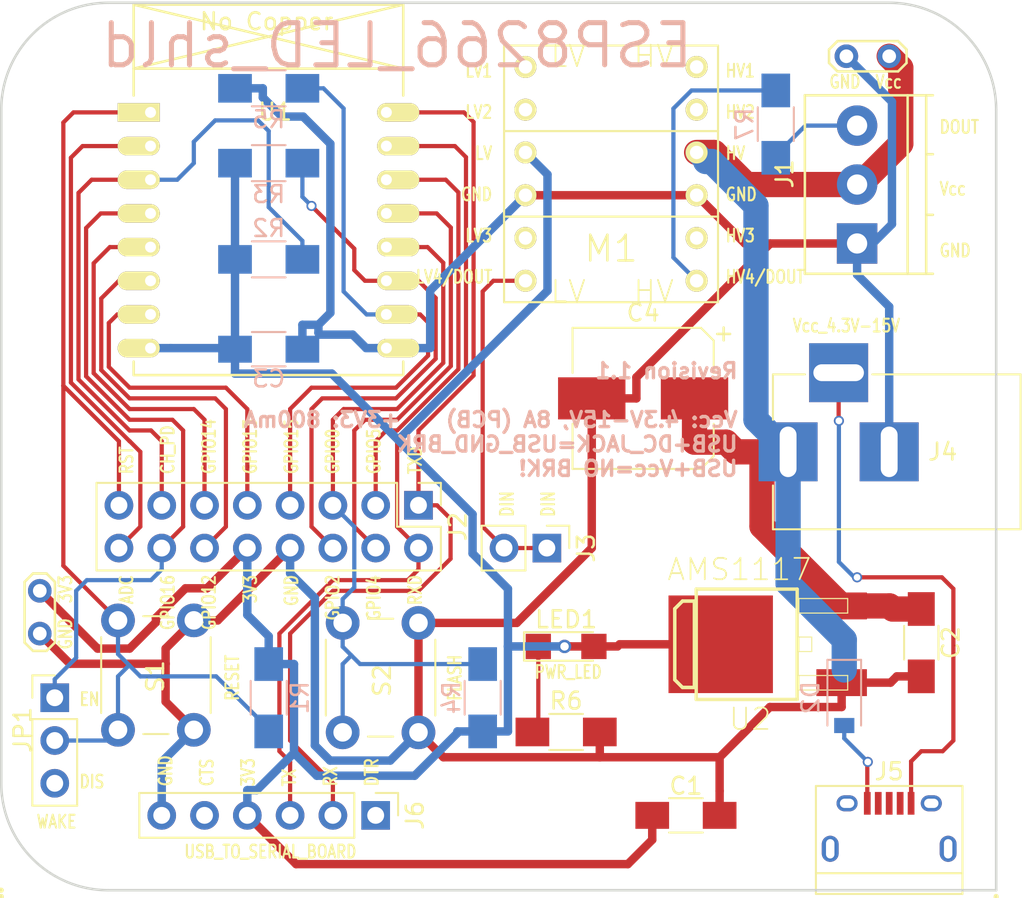
<source format=kicad_pcb>
(kicad_pcb (version 20171130) (host pcbnew "(5.1.12)-1")

  (general
    (thickness 1.6)
    (drawings 27)
    (tracks 339)
    (zones 0)
    (modules 29)
    (nets 34)
  )

  (page A4)
  (layers
    (0 F.Cu signal)
    (31 B.Cu signal)
    (32 B.Adhes user hide)
    (33 F.Adhes user hide)
    (34 B.Paste user hide)
    (35 F.Paste user hide)
    (36 B.SilkS user hide)
    (37 F.SilkS user hide)
    (38 B.Mask user hide)
    (39 F.Mask user hide)
    (40 Dwgs.User user hide)
    (41 Cmts.User user hide)
    (42 Eco1.User user hide)
    (43 Eco2.User user hide)
    (44 Edge.Cuts user)
    (45 Margin user hide)
    (46 B.CrtYd user hide)
    (47 F.CrtYd user hide)
    (48 B.Fab user hide)
    (49 F.Fab user hide)
  )

  (setup
    (last_trace_width 0.25)
    (trace_clearance 0.2)
    (zone_clearance 0.508)
    (zone_45_only yes)
    (trace_min 0.2)
    (via_size 0.6)
    (via_drill 0.4)
    (via_min_size 0.6)
    (via_min_drill 0.3)
    (uvia_size 0.3)
    (uvia_drill 0.1)
    (uvias_allowed no)
    (uvia_min_size 0.2)
    (uvia_min_drill 0.1)
    (edge_width 0.15)
    (segment_width 0.2)
    (pcb_text_width 0.3)
    (pcb_text_size 1.5 1.5)
    (mod_edge_width 0.15)
    (mod_text_size 1 1)
    (mod_text_width 0.15)
    (pad_size 1.4 1.4)
    (pad_drill 0.8128)
    (pad_to_mask_clearance 0.2)
    (aux_axis_origin 0 0)
    (visible_elements 7FFFFFFF)
    (pcbplotparams
      (layerselection 0x00030_80000001)
      (usegerberextensions false)
      (usegerberattributes true)
      (usegerberadvancedattributes true)
      (creategerberjobfile true)
      (excludeedgelayer true)
      (linewidth 0.100000)
      (plotframeref false)
      (viasonmask false)
      (mode 1)
      (useauxorigin false)
      (hpglpennumber 1)
      (hpglpenspeed 20)
      (hpglpendiameter 15.000000)
      (psnegative false)
      (psa4output false)
      (plotreference true)
      (plotvalue true)
      (plotinvisibletext false)
      (padsonsilk false)
      (subtractmaskfromsilk false)
      (outputformat 1)
      (mirror false)
      (drillshape 1)
      (scaleselection 1)
      (outputdirectory ""))
  )

  (net 0 "")
  (net 1 Vin)
  (net 2 GND)
  (net 3 DOUT)
  (net 4 DIN)
  (net 5 GPIO15)
  (net 6 GPIO2)
  (net 7 GPIO0)
  (net 8 GPIO4)
  (net 9 GPIO5)
  (net 10 RXD)
  (net 11 TXD)
  (net 12 REST)
  (net 13 ADC)
  (net 14 CH_PD)
  (net 15 GPIO16)
  (net 16 GPIO14)
  (net 17 GPIO12)
  (net 18 GPIO13)
  (net 19 GNDBREAK)
  (net 20 "Net-(M1-PadP$1)")
  (net 21 "Net-(M1-PadP$2)")
  (net 22 "Net-(M1-PadP$5)")
  (net 23 "Net-(M1-PadP$8)")
  (net 24 "Net-(M1-PadP$11)")
  (net 25 "Net-(M1-PadP$12)")
  (net 26 +3V3)
  (net 27 "Net-(J5-PadD+)")
  (net 28 "Net-(J5-PadD-)")
  (net 29 "Net-(LED1-Pad1)")
  (net 30 "Net-(D2-Pad2)")
  (net 31 /DTR)
  (net 32 /CTS)
  (net 33 "Net-(M1-PadP$7)")

  (net_class Default "This is the default net class."
    (clearance 0.2)
    (trace_width 0.25)
    (via_dia 0.6)
    (via_drill 0.4)
    (uvia_dia 0.3)
    (uvia_drill 0.1)
    (add_net /CTS)
    (add_net /DTR)
    (add_net ADC)
    (add_net CH_PD)
    (add_net DIN)
    (add_net DOUT)
    (add_net GNDBREAK)
    (add_net GPIO0)
    (add_net GPIO12)
    (add_net GPIO13)
    (add_net GPIO14)
    (add_net GPIO15)
    (add_net GPIO16)
    (add_net GPIO2)
    (add_net GPIO4)
    (add_net GPIO5)
    (add_net "Net-(D2-Pad2)")
    (add_net "Net-(J5-PadD+)")
    (add_net "Net-(J5-PadD-)")
    (add_net "Net-(LED1-Pad1)")
    (add_net "Net-(M1-PadP$1)")
    (add_net "Net-(M1-PadP$11)")
    (add_net "Net-(M1-PadP$12)")
    (add_net "Net-(M1-PadP$2)")
    (add_net "Net-(M1-PadP$5)")
    (add_net "Net-(M1-PadP$7)")
    (add_net "Net-(M1-PadP$8)")
    (add_net REST)
    (add_net RXD)
    (add_net TXD)
  )

  (net_class Power ""
    (clearance 0.4)
    (trace_width 0.5)
    (via_dia 0.8)
    (via_drill 0.5)
    (uvia_dia 0.3)
    (uvia_drill 0.1)
    (add_net +3V3)
    (add_net GND)
  )

  (net_class Power2 ""
    (clearance 0.6)
    (trace_width 1.5)
    (via_dia 2)
    (via_drill 1.5)
    (uvia_dia 0.5)
    (uvia_drill 0.1)
    (add_net Vin)
  )

  (module Measurement_Points:Test_Point_2Pads (layer F.Cu) (tedit 58E26EF6) (tstamp 58E26ED5)
    (at 211.455 83.82 180)
    (descr "Connecteurs 2 pins")
    (tags "CONN DEV")
    (attr virtual)
    (fp_text reference T1_2 (at 1.27 -2 180) (layer F.SilkS) hide
      (effects (font (size 1 1) (thickness 0.15)))
    )
    (fp_text value Test_Point_2Pads (at 1.27 2 180) (layer F.Fab)
      (effects (font (size 1 1) (thickness 0.15)))
    )
    (fp_line (start -0.65 1.15) (end 3.15 1.15) (layer F.CrtYd) (width 0.05))
    (fp_line (start 3.15 1.15) (end 3.8 0.5) (layer F.CrtYd) (width 0.05))
    (fp_line (start 3.8 0.5) (end 3.8 -0.5) (layer F.CrtYd) (width 0.05))
    (fp_line (start 3.8 -0.5) (end 3.15 -1.15) (layer F.CrtYd) (width 0.05))
    (fp_line (start 3.15 -1.15) (end -0.65 -1.15) (layer F.CrtYd) (width 0.05))
    (fp_line (start -0.65 -1.15) (end -1.3 -0.5) (layer F.CrtYd) (width 0.05))
    (fp_line (start -1.3 -0.5) (end -1.3 0.5) (layer F.CrtYd) (width 0.05))
    (fp_line (start -1.3 0.5) (end -0.65 1.15) (layer F.CrtYd) (width 0.05))
    (fp_line (start -0.53 -0.9) (end 3.07 -0.9) (layer F.SilkS) (width 0.15))
    (fp_line (start 3.07 -0.9) (end 3.57 -0.4) (layer F.SilkS) (width 0.15))
    (fp_line (start 3.57 -0.4) (end 3.57 0.4) (layer F.SilkS) (width 0.15))
    (fp_line (start 3.57 0.4) (end 3.07 0.9) (layer F.SilkS) (width 0.15))
    (fp_line (start 3.07 0.9) (end -0.53 0.9) (layer F.SilkS) (width 0.15))
    (fp_line (start -0.53 0.9) (end -1.03 0.4) (layer F.SilkS) (width 0.15))
    (fp_line (start -1.03 0.4) (end -1.03 -0.4) (layer F.SilkS) (width 0.15))
    (fp_line (start -1.03 -0.4) (end -0.53 -0.9) (layer F.SilkS) (width 0.15))
    (pad 1 thru_hole circle (at 0 0 180) (size 1.4 1.4) (drill 0.8128) (layers *.Cu *.Mask)
      (net 1 Vin))
    (pad 2 thru_hole circle (at 2.54 0 180) (size 1.4 1.4) (drill 0.8128) (layers *.Cu *.Mask)
      (net 2 GND))
  )

  (module Mounting_Holes:MountingHole_3.2mm_M3 (layer F.Cu) (tedit 58E106A9) (tstamp 59008B74)
    (at 196.215 113.03)
    (descr "Mounting Hole 3.2mm, no annular, M3")
    (tags "mounting hole 3.2mm no annular m3")
    (fp_text reference MH1 (at 0 -4.2) (layer F.SilkS) hide
      (effects (font (size 1 1) (thickness 0.15)))
    )
    (fp_text value MountingHole_3.2mm_M3 (at 0 4.2) (layer F.Fab)
      (effects (font (size 1 1) (thickness 0.15)))
    )
    (fp_circle (center 0 0) (end 3.2 0) (layer Cmts.User) (width 0.15))
    (fp_circle (center 0 0) (end 3.45 0) (layer F.CrtYd) (width 0.05))
    (pad 1 np_thru_hole circle (at 0 0) (size 3.2 3.2) (drill 3.2) (layers *.Cu *.Mask))
  )

  (module ESP8266:ESP-07v2 (layer F.Cu) (tedit 556A0367) (tstamp 58E3C7C6)
    (at 167.61 87.155)
    (descr "Module, ESP-8266, ESP-07v2, 16 pad, SMD")
    (tags "Module ESP-8266 ESP8266")
    (path /58DD4D55)
    (fp_text reference U1 (at 7.396 -0.033) (layer F.SilkS)
      (effects (font (size 1 1) (thickness 0.15)))
    )
    (fp_text value ESP-07v2 (at 7.25 2.25) (layer F.Fab)
      (effects (font (size 1 1) (thickness 0.15)))
    )
    (fp_line (start -2.25 -0.5) (end -2.25 -6.65) (layer F.CrtYd) (width 0.05))
    (fp_line (start -2.25 -6.65) (end 16.25 -6.65) (layer F.CrtYd) (width 0.05))
    (fp_line (start 16.25 -6.65) (end 16.25 16) (layer F.CrtYd) (width 0.05))
    (fp_line (start 16.25 16) (end -2.25 16) (layer F.CrtYd) (width 0.05))
    (fp_line (start -2.25 16) (end -2.25 -0.5) (layer F.CrtYd) (width 0.05))
    (fp_line (start -1 -6.4) (end 15 -6.4) (layer F.SilkS) (width 0.1524))
    (fp_line (start 15 -6.4) (end 15 -1) (layer F.SilkS) (width 0.1524))
    (fp_line (start -1 -6.4) (end -1 -1) (layer F.SilkS) (width 0.1524))
    (fp_line (start -1 14.8) (end -1 15.6) (layer F.SilkS) (width 0.1524))
    (fp_line (start -1 15.6) (end 15 15.6) (layer F.SilkS) (width 0.1524))
    (fp_line (start 15 15.6) (end 15 14.8) (layer F.SilkS) (width 0.1524))
    (fp_line (start 15 -6.4) (end -1 -2.6) (layer F.SilkS) (width 0.1524))
    (fp_line (start -1 -6.4) (end 15 -2.6) (layer F.SilkS) (width 0.1524))
    (fp_line (start -1.008 -2.6) (end 14.992 -2.6) (layer F.SilkS) (width 0.1524))
    (fp_line (start 15 -6.4) (end 15 15.6) (layer F.Fab) (width 0.05))
    (fp_line (start 15 15.6) (end -1 15.6) (layer F.Fab) (width 0.05))
    (fp_line (start -1.008 15.6) (end -1.008 -6.4) (layer F.Fab) (width 0.05))
    (fp_line (start -1 -6.4) (end 15 -6.4) (layer F.Fab) (width 0.05))
    (fp_text user "No Copper" (at 6.892 -5.4) (layer F.SilkS)
      (effects (font (size 1 1) (thickness 0.15)))
    )
    (pad 1 thru_hole rect (at 0 0) (size 2.5 1.1) (drill 0.65 (offset -0.7 0)) (layers *.Cu *.Mask F.SilkS)
      (net 12 REST))
    (pad 2 thru_hole oval (at 0 2) (size 2.5 1.1) (drill 0.65 (offset -0.7 0)) (layers *.Cu *.Mask F.SilkS)
      (net 13 ADC))
    (pad 3 thru_hole oval (at 0 4) (size 2.5 1.1) (drill 0.65 (offset -0.7 0)) (layers *.Cu *.Mask F.SilkS)
      (net 14 CH_PD))
    (pad 4 thru_hole oval (at 0 6) (size 2.5 1.1) (drill 0.65 (offset -0.7 0)) (layers *.Cu *.Mask F.SilkS)
      (net 15 GPIO16))
    (pad 5 thru_hole oval (at 0 8) (size 2.5 1.1) (drill 0.65 (offset -0.7 0)) (layers *.Cu *.Mask F.SilkS)
      (net 16 GPIO14))
    (pad 6 thru_hole oval (at 0 10) (size 2.5 1.1) (drill 0.65 (offset -0.7 0)) (layers *.Cu *.Mask F.SilkS)
      (net 17 GPIO12))
    (pad 7 thru_hole oval (at 0 12) (size 2.5 1.1) (drill 0.65 (offset -0.7 0)) (layers *.Cu *.Mask F.SilkS)
      (net 18 GPIO13))
    (pad 8 thru_hole oval (at 0 14) (size 2.5 1.1) (drill 0.65 (offset -0.7 0)) (layers *.Cu *.Mask F.SilkS)
      (net 26 +3V3))
    (pad 9 thru_hole oval (at 14 14) (size 2.5 1.1) (drill 0.65 (offset 0.7 0)) (layers *.Cu *.Mask F.SilkS)
      (net 2 GND))
    (pad 10 thru_hole oval (at 14 12) (size 2.5 1.1) (drill 0.65 (offset 0.6 0)) (layers *.Cu *.Mask F.SilkS)
      (net 5 GPIO15))
    (pad 11 thru_hole oval (at 14 10) (size 2.5 1.1) (drill 0.65 (offset 0.7 0)) (layers *.Cu *.Mask F.SilkS)
      (net 6 GPIO2))
    (pad 12 thru_hole oval (at 14 8) (size 2.5 1.1) (drill 0.65 (offset 0.7 0)) (layers *.Cu *.Mask F.SilkS)
      (net 7 GPIO0))
    (pad 13 thru_hole oval (at 14 6) (size 2.5 1.1) (drill 0.65 (offset 0.7 0)) (layers *.Cu *.Mask F.SilkS)
      (net 8 GPIO4))
    (pad 14 thru_hole oval (at 14 4) (size 2.5 1.1) (drill 0.65 (offset 0.7 0)) (layers *.Cu *.Mask F.SilkS)
      (net 9 GPIO5))
    (pad 15 thru_hole oval (at 14 2) (size 2.5 1.1) (drill 0.65 (offset 0.7 0)) (layers *.Cu *.Mask F.SilkS)
      (net 10 RXD))
    (pad 16 thru_hole oval (at 14 0) (size 2.5 1.1) (drill 0.65 (offset 0.7 0)) (layers *.Cu *.Mask F.SilkS)
      (net 11 TXD))
    (model ${ESPLIB}/ESP8266.3dshapes/ESP-07v2.wrl
      (at (xyz 0 0 0))
      (scale (xyz 0.3937 0.3937 0.3937))
      (rotate (xyz 0 0 0))
    )
  )

  (module Capacitors_SMD:C_1206_HandSoldering (layer F.Cu) (tedit 58AA84D1) (tstamp 58E3C709)
    (at 199.39 128.905)
    (descr "Capacitor SMD 1206, hand soldering")
    (tags "capacitor 1206")
    (path /58DD5CDD)
    (attr smd)
    (fp_text reference C1 (at 0 -1.75) (layer F.SilkS)
      (effects (font (size 1 1) (thickness 0.15)))
    )
    (fp_text value 220uF (at 0 2) (layer F.Fab)
      (effects (font (size 1 1) (thickness 0.15)))
    )
    (fp_line (start -1.6 0.8) (end -1.6 -0.8) (layer F.Fab) (width 0.1))
    (fp_line (start 1.6 0.8) (end -1.6 0.8) (layer F.Fab) (width 0.1))
    (fp_line (start 1.6 -0.8) (end 1.6 0.8) (layer F.Fab) (width 0.1))
    (fp_line (start -1.6 -0.8) (end 1.6 -0.8) (layer F.Fab) (width 0.1))
    (fp_line (start 1 -1.02) (end -1 -1.02) (layer F.SilkS) (width 0.12))
    (fp_line (start -1 1.02) (end 1 1.02) (layer F.SilkS) (width 0.12))
    (fp_line (start -3.25 -1.05) (end 3.25 -1.05) (layer F.CrtYd) (width 0.05))
    (fp_line (start -3.25 -1.05) (end -3.25 1.05) (layer F.CrtYd) (width 0.05))
    (fp_line (start 3.25 1.05) (end 3.25 -1.05) (layer F.CrtYd) (width 0.05))
    (fp_line (start 3.25 1.05) (end -3.25 1.05) (layer F.CrtYd) (width 0.05))
    (fp_text user %R (at 0 -1.75) (layer F.Fab)
      (effects (font (size 1 1) (thickness 0.15)))
    )
    (pad 1 smd rect (at -2 0) (size 2 1.6) (layers F.Cu F.Paste F.Mask)
      (net 26 +3V3))
    (pad 2 smd rect (at 2 0) (size 2 1.6) (layers F.Cu F.Paste F.Mask)
      (net 2 GND))
    (model Capacitors_SMD.3dshapes/C_1206.wrl
      (at (xyz 0 0 0))
      (scale (xyz 1 1 1))
      (rotate (xyz 0 0 0))
    )
  )

  (module Capacitors_SMD:C_1206_HandSoldering (layer F.Cu) (tedit 58AA84D1) (tstamp 58E3C70F)
    (at 213.36 118.65 270)
    (descr "Capacitor SMD 1206, hand soldering")
    (tags "capacitor 1206")
    (path /58DD5DC2)
    (attr smd)
    (fp_text reference C2 (at 0 -1.75 270) (layer F.SilkS)
      (effects (font (size 1 1) (thickness 0.15)))
    )
    (fp_text value 220uF (at 0 2 270) (layer F.Fab)
      (effects (font (size 1 1) (thickness 0.15)))
    )
    (fp_line (start -1.6 0.8) (end -1.6 -0.8) (layer F.Fab) (width 0.1))
    (fp_line (start 1.6 0.8) (end -1.6 0.8) (layer F.Fab) (width 0.1))
    (fp_line (start 1.6 -0.8) (end 1.6 0.8) (layer F.Fab) (width 0.1))
    (fp_line (start -1.6 -0.8) (end 1.6 -0.8) (layer F.Fab) (width 0.1))
    (fp_line (start 1 -1.02) (end -1 -1.02) (layer F.SilkS) (width 0.12))
    (fp_line (start -1 1.02) (end 1 1.02) (layer F.SilkS) (width 0.12))
    (fp_line (start -3.25 -1.05) (end 3.25 -1.05) (layer F.CrtYd) (width 0.05))
    (fp_line (start -3.25 -1.05) (end -3.25 1.05) (layer F.CrtYd) (width 0.05))
    (fp_line (start 3.25 1.05) (end 3.25 -1.05) (layer F.CrtYd) (width 0.05))
    (fp_line (start 3.25 1.05) (end -3.25 1.05) (layer F.CrtYd) (width 0.05))
    (fp_text user %R (at 0 -1.75 270) (layer F.Fab)
      (effects (font (size 1 1) (thickness 0.15)))
    )
    (pad 1 smd rect (at -2 0 270) (size 2 1.6) (layers F.Cu F.Paste F.Mask)
      (net 1 Vin))
    (pad 2 smd rect (at 2 0 270) (size 2 1.6) (layers F.Cu F.Paste F.Mask)
      (net 2 GND))
    (model Capacitors_SMD.3dshapes/C_1206.wrl
      (at (xyz 0 0 0))
      (scale (xyz 1 1 1))
      (rotate (xyz 0 0 0))
    )
  )

  (module Capacitors_SMD:C_1206_HandSoldering (layer B.Cu) (tedit 58AA84D1) (tstamp 58E3C715)
    (at 174.625 101.219)
    (descr "Capacitor SMD 1206, hand soldering")
    (tags "capacitor 1206")
    (path /58DD5D86)
    (attr smd)
    (fp_text reference C3 (at 0 1.75) (layer B.SilkS)
      (effects (font (size 1 1) (thickness 0.15)) (justify mirror))
    )
    (fp_text value 220uF (at 0 -2) (layer B.Fab)
      (effects (font (size 1 1) (thickness 0.15)) (justify mirror))
    )
    (fp_line (start -1.6 -0.8) (end -1.6 0.8) (layer B.Fab) (width 0.1))
    (fp_line (start 1.6 -0.8) (end -1.6 -0.8) (layer B.Fab) (width 0.1))
    (fp_line (start 1.6 0.8) (end 1.6 -0.8) (layer B.Fab) (width 0.1))
    (fp_line (start -1.6 0.8) (end 1.6 0.8) (layer B.Fab) (width 0.1))
    (fp_line (start 1 1.02) (end -1 1.02) (layer B.SilkS) (width 0.12))
    (fp_line (start -1 -1.02) (end 1 -1.02) (layer B.SilkS) (width 0.12))
    (fp_line (start -3.25 1.05) (end 3.25 1.05) (layer B.CrtYd) (width 0.05))
    (fp_line (start -3.25 1.05) (end -3.25 -1.05) (layer B.CrtYd) (width 0.05))
    (fp_line (start 3.25 -1.05) (end 3.25 1.05) (layer B.CrtYd) (width 0.05))
    (fp_line (start 3.25 -1.05) (end -3.25 -1.05) (layer B.CrtYd) (width 0.05))
    (fp_text user %R (at 0 1.75) (layer B.Fab)
      (effects (font (size 1 1) (thickness 0.15)) (justify mirror))
    )
    (pad 1 smd rect (at -2 0) (size 2 1.6) (layers B.Cu B.Paste B.Mask)
      (net 26 +3V3))
    (pad 2 smd rect (at 2 0) (size 2 1.6) (layers B.Cu B.Paste B.Mask)
      (net 2 GND))
    (model Capacitors_SMD.3dshapes/C_1206.wrl
      (at (xyz 0 0 0))
      (scale (xyz 1 1 1))
      (rotate (xyz 0 0 0))
    )
  )

  (module Connectors_Terminal_Blocks:TerminalBlock_Pheonix_PT-3.5mm_3pol (layer F.Cu) (tedit 56301605) (tstamp 58E3C728)
    (at 209.55 94.94 90)
    (descr "3-way 3.5mm pitch terminal block, Phoenix PT series")
    (path /58DD5E88)
    (fp_text reference J1 (at 4.135 -4.3 90) (layer F.SilkS)
      (effects (font (size 1 1) (thickness 0.15)))
    )
    (fp_text value Pwr_Dat_Out (at 3.5 6 90) (layer F.Fab)
      (effects (font (size 1 1) (thickness 0.15)))
    )
    (fp_line (start -2 -3.3) (end 9 -3.3) (layer F.CrtYd) (width 0.05))
    (fp_line (start -2 4.7) (end -2 -3.3) (layer F.CrtYd) (width 0.05))
    (fp_line (start 9 4.7) (end -2 4.7) (layer F.CrtYd) (width 0.05))
    (fp_line (start 9 -3.3) (end 9 4.7) (layer F.CrtYd) (width 0.05))
    (fp_line (start 1.7 4.1) (end 1.7 4.5) (layer F.SilkS) (width 0.15))
    (fp_line (start 5.3 4.1) (end 5.3 4.5) (layer F.SilkS) (width 0.15))
    (fp_line (start -1.8 3) (end 8.8 3) (layer F.SilkS) (width 0.15))
    (fp_line (start -1.8 4.1) (end 8.8 4.1) (layer F.SilkS) (width 0.15))
    (fp_line (start -1.8 -3.1) (end -1.8 4.5) (layer F.SilkS) (width 0.15))
    (fp_line (start 8.8 4.5) (end 8.8 -3.1) (layer F.SilkS) (width 0.15))
    (fp_line (start 8.8 -3.1) (end -1.8 -3.1) (layer F.SilkS) (width 0.15))
    (pad 2 thru_hole circle (at 3.5 0 90) (size 2.4 2.4) (drill 1.2) (layers *.Cu *.Mask)
      (net 1 Vin))
    (pad 3 thru_hole circle (at 7 0 90) (size 2.4 2.4) (drill 1.2) (layers *.Cu *.Mask)
      (net 3 DOUT))
    (pad 1 thru_hole rect (at 0 0 90) (size 2.4 2.4) (drill 1.2) (layers *.Cu *.Mask)
      (net 2 GND))
    (model Terminal_Blocks.3dshapes/TerminalBlock_Pheonix_PT-3.5mm_3pol.wrl
      (at (xyz 0 0 0))
      (scale (xyz 1 1 1))
      (rotate (xyz 0 0 0))
    )
  )

  (module LEDs:LED_1206 (layer F.Cu) (tedit 57FE943C) (tstamp 58E3C760)
    (at 192.278 118.872)
    (descr "LED 1206 smd package")
    (tags "LED led 1206 SMD smd SMT smt smdled SMDLED smtled SMTLED")
    (path /58DD5EB7)
    (attr smd)
    (fp_text reference LED1 (at 0 -1.6) (layer F.SilkS)
      (effects (font (size 1 1) (thickness 0.15)))
    )
    (fp_text value LED1206 (at 0 1.7) (layer F.Fab)
      (effects (font (size 1 1) (thickness 0.15)))
    )
    (fp_line (start -2.5 -0.85) (end -2.5 0.85) (layer F.SilkS) (width 0.12))
    (fp_line (start -0.45 -0.4) (end -0.45 0.4) (layer F.Fab) (width 0.1))
    (fp_line (start -0.4 0) (end 0.2 -0.4) (layer F.Fab) (width 0.1))
    (fp_line (start 0.2 0.4) (end -0.4 0) (layer F.Fab) (width 0.1))
    (fp_line (start 0.2 -0.4) (end 0.2 0.4) (layer F.Fab) (width 0.1))
    (fp_line (start 1.6 0.8) (end -1.6 0.8) (layer F.Fab) (width 0.1))
    (fp_line (start 1.6 -0.8) (end 1.6 0.8) (layer F.Fab) (width 0.1))
    (fp_line (start -1.6 -0.8) (end 1.6 -0.8) (layer F.Fab) (width 0.1))
    (fp_line (start -1.6 0.8) (end -1.6 -0.8) (layer F.Fab) (width 0.1))
    (fp_line (start -2.45 0.85) (end 1.6 0.85) (layer F.SilkS) (width 0.12))
    (fp_line (start -2.45 -0.85) (end 1.6 -0.85) (layer F.SilkS) (width 0.12))
    (fp_line (start 2.65 -1) (end 2.65 1) (layer F.CrtYd) (width 0.05))
    (fp_line (start 2.65 1) (end -2.65 1) (layer F.CrtYd) (width 0.05))
    (fp_line (start -2.65 1) (end -2.65 -1) (layer F.CrtYd) (width 0.05))
    (fp_line (start -2.65 -1) (end 2.65 -1) (layer F.CrtYd) (width 0.05))
    (pad 2 smd rect (at 1.65 0 180) (size 1.5 1.5) (layers F.Cu F.Paste F.Mask)
      (net 26 +3V3))
    (pad 1 smd rect (at -1.65 0 180) (size 1.5 1.5) (layers F.Cu F.Paste F.Mask)
      (net 29 "Net-(LED1-Pad1)"))
    (model LEDs.3dshapes/LED_1206.wrl
      (at (xyz 0 0 0))
      (scale (xyz 1 1 1))
      (rotate (xyz 0 0 180))
    )
  )

  (module Resistors_SMD:R_1206_HandSoldering (layer B.Cu) (tedit 58AADA36) (tstamp 58E3C784)
    (at 174.625 121.92 90)
    (descr "Resistor SMD 1206, hand soldering")
    (tags "resistor 1206")
    (path /58DEC57D)
    (attr smd)
    (fp_text reference R1 (at 0 1.85 90) (layer B.SilkS)
      (effects (font (size 1 1) (thickness 0.15)) (justify mirror))
    )
    (fp_text value 10K (at 0 -1.9 90) (layer B.Fab)
      (effects (font (size 1 1) (thickness 0.15)) (justify mirror))
    )
    (fp_line (start -1.6 -0.8) (end -1.6 0.8) (layer B.Fab) (width 0.1))
    (fp_line (start 1.6 -0.8) (end -1.6 -0.8) (layer B.Fab) (width 0.1))
    (fp_line (start 1.6 0.8) (end 1.6 -0.8) (layer B.Fab) (width 0.1))
    (fp_line (start -1.6 0.8) (end 1.6 0.8) (layer B.Fab) (width 0.1))
    (fp_line (start 1 -1.07) (end -1 -1.07) (layer B.SilkS) (width 0.12))
    (fp_line (start -1 1.07) (end 1 1.07) (layer B.SilkS) (width 0.12))
    (fp_line (start -3.25 1.11) (end 3.25 1.11) (layer B.CrtYd) (width 0.05))
    (fp_line (start -3.25 1.11) (end -3.25 -1.1) (layer B.CrtYd) (width 0.05))
    (fp_line (start 3.25 -1.1) (end 3.25 1.11) (layer B.CrtYd) (width 0.05))
    (fp_line (start 3.25 -1.1) (end -3.25 -1.1) (layer B.CrtYd) (width 0.05))
    (fp_text user %R (at 0 1.85 90) (layer B.Fab)
      (effects (font (size 1 1) (thickness 0.15)) (justify mirror))
    )
    (pad 1 smd rect (at -2 0 90) (size 2 1.7) (layers B.Cu B.Paste B.Mask)
      (net 12 REST))
    (pad 2 smd rect (at 2 0 90) (size 2 1.7) (layers B.Cu B.Paste B.Mask)
      (net 26 +3V3))
    (model Resistors_SMD.3dshapes/R_1206.wrl
      (at (xyz 0 0 0))
      (scale (xyz 1 1 1))
      (rotate (xyz 0 0 0))
    )
  )

  (module Resistors_SMD:R_1206_HandSoldering (layer B.Cu) (tedit 58AADA36) (tstamp 58E3C78A)
    (at 174.625 95.885 180)
    (descr "Resistor SMD 1206, hand soldering")
    (tags "resistor 1206")
    (path /58DECA9D)
    (attr smd)
    (fp_text reference R2 (at 0 1.85 180) (layer B.SilkS)
      (effects (font (size 1 1) (thickness 0.15)) (justify mirror))
    )
    (fp_text value 10K (at 0 -1.9 180) (layer B.Fab)
      (effects (font (size 1 1) (thickness 0.15)) (justify mirror))
    )
    (fp_line (start -1.6 -0.8) (end -1.6 0.8) (layer B.Fab) (width 0.1))
    (fp_line (start 1.6 -0.8) (end -1.6 -0.8) (layer B.Fab) (width 0.1))
    (fp_line (start 1.6 0.8) (end 1.6 -0.8) (layer B.Fab) (width 0.1))
    (fp_line (start -1.6 0.8) (end 1.6 0.8) (layer B.Fab) (width 0.1))
    (fp_line (start 1 -1.07) (end -1 -1.07) (layer B.SilkS) (width 0.12))
    (fp_line (start -1 1.07) (end 1 1.07) (layer B.SilkS) (width 0.12))
    (fp_line (start -3.25 1.11) (end 3.25 1.11) (layer B.CrtYd) (width 0.05))
    (fp_line (start -3.25 1.11) (end -3.25 -1.1) (layer B.CrtYd) (width 0.05))
    (fp_line (start 3.25 -1.1) (end 3.25 1.11) (layer B.CrtYd) (width 0.05))
    (fp_line (start 3.25 -1.1) (end -3.25 -1.1) (layer B.CrtYd) (width 0.05))
    (fp_text user %R (at 0 1.85 180) (layer B.Fab)
      (effects (font (size 1 1) (thickness 0.15)) (justify mirror))
    )
    (pad 1 smd rect (at -2 0 180) (size 2 1.7) (layers B.Cu B.Paste B.Mask)
      (net 14 CH_PD))
    (pad 2 smd rect (at 2 0 180) (size 2 1.7) (layers B.Cu B.Paste B.Mask)
      (net 26 +3V3))
    (model Resistors_SMD.3dshapes/R_1206.wrl
      (at (xyz 0 0 0))
      (scale (xyz 1 1 1))
      (rotate (xyz 0 0 0))
    )
  )

  (module Resistors_SMD:R_1206_HandSoldering (layer B.Cu) (tedit 58AADA36) (tstamp 58E3C790)
    (at 174.625 90.17)
    (descr "Resistor SMD 1206, hand soldering")
    (tags "resistor 1206")
    (path /58DE5680)
    (attr smd)
    (fp_text reference R3 (at 0 1.85) (layer B.SilkS)
      (effects (font (size 1 1) (thickness 0.15)) (justify mirror))
    )
    (fp_text value 10K (at 0 -1.9) (layer B.Fab)
      (effects (font (size 1 1) (thickness 0.15)) (justify mirror))
    )
    (fp_line (start -1.6 -0.8) (end -1.6 0.8) (layer B.Fab) (width 0.1))
    (fp_line (start 1.6 -0.8) (end -1.6 -0.8) (layer B.Fab) (width 0.1))
    (fp_line (start 1.6 0.8) (end 1.6 -0.8) (layer B.Fab) (width 0.1))
    (fp_line (start -1.6 0.8) (end 1.6 0.8) (layer B.Fab) (width 0.1))
    (fp_line (start 1 -1.07) (end -1 -1.07) (layer B.SilkS) (width 0.12))
    (fp_line (start -1 1.07) (end 1 1.07) (layer B.SilkS) (width 0.12))
    (fp_line (start -3.25 1.11) (end 3.25 1.11) (layer B.CrtYd) (width 0.05))
    (fp_line (start -3.25 1.11) (end -3.25 -1.1) (layer B.CrtYd) (width 0.05))
    (fp_line (start 3.25 -1.1) (end 3.25 1.11) (layer B.CrtYd) (width 0.05))
    (fp_line (start 3.25 -1.1) (end -3.25 -1.1) (layer B.CrtYd) (width 0.05))
    (fp_text user %R (at 0 1.85) (layer B.Fab)
      (effects (font (size 1 1) (thickness 0.15)) (justify mirror))
    )
    (pad 1 smd rect (at -2 0) (size 2 1.7) (layers B.Cu B.Paste B.Mask)
      (net 26 +3V3))
    (pad 2 smd rect (at 2 0) (size 2 1.7) (layers B.Cu B.Paste B.Mask)
      (net 6 GPIO2))
    (model Resistors_SMD.3dshapes/R_1206.wrl
      (at (xyz 0 0 0))
      (scale (xyz 1 1 1))
      (rotate (xyz 0 0 0))
    )
  )

  (module Resistors_SMD:R_1206_HandSoldering (layer B.Cu) (tedit 58AADA36) (tstamp 58E3C796)
    (at 187.325 121.92 270)
    (descr "Resistor SMD 1206, hand soldering")
    (tags "resistor 1206")
    (path /58DEB452)
    (attr smd)
    (fp_text reference R4 (at 0 1.85 270) (layer B.SilkS)
      (effects (font (size 1 1) (thickness 0.15)) (justify mirror))
    )
    (fp_text value 10K (at 0 -1.9 270) (layer B.Fab)
      (effects (font (size 1 1) (thickness 0.15)) (justify mirror))
    )
    (fp_line (start -1.6 -0.8) (end -1.6 0.8) (layer B.Fab) (width 0.1))
    (fp_line (start 1.6 -0.8) (end -1.6 -0.8) (layer B.Fab) (width 0.1))
    (fp_line (start 1.6 0.8) (end 1.6 -0.8) (layer B.Fab) (width 0.1))
    (fp_line (start -1.6 0.8) (end 1.6 0.8) (layer B.Fab) (width 0.1))
    (fp_line (start 1 -1.07) (end -1 -1.07) (layer B.SilkS) (width 0.12))
    (fp_line (start -1 1.07) (end 1 1.07) (layer B.SilkS) (width 0.12))
    (fp_line (start -3.25 1.11) (end 3.25 1.11) (layer B.CrtYd) (width 0.05))
    (fp_line (start -3.25 1.11) (end -3.25 -1.1) (layer B.CrtYd) (width 0.05))
    (fp_line (start 3.25 -1.1) (end 3.25 1.11) (layer B.CrtYd) (width 0.05))
    (fp_line (start 3.25 -1.1) (end -3.25 -1.1) (layer B.CrtYd) (width 0.05))
    (fp_text user %R (at 0 1.85 270) (layer B.Fab)
      (effects (font (size 1 1) (thickness 0.15)) (justify mirror))
    )
    (pad 1 smd rect (at -2 0 270) (size 2 1.7) (layers B.Cu B.Paste B.Mask)
      (net 7 GPIO0))
    (pad 2 smd rect (at 2 0 270) (size 2 1.7) (layers B.Cu B.Paste B.Mask)
      (net 26 +3V3))
    (model Resistors_SMD.3dshapes/R_1206.wrl
      (at (xyz 0 0 0))
      (scale (xyz 1 1 1))
      (rotate (xyz 0 0 0))
    )
  )

  (module Resistors_SMD:R_1206_HandSoldering (layer B.Cu) (tedit 58AADA36) (tstamp 58E3C79C)
    (at 174.625 85.725)
    (descr "Resistor SMD 1206, hand soldering")
    (tags "resistor 1206")
    (path /58DE7FCE)
    (attr smd)
    (fp_text reference R5 (at 0 1.85) (layer B.SilkS)
      (effects (font (size 1 1) (thickness 0.15)) (justify mirror))
    )
    (fp_text value 10K (at 0 -1.9) (layer B.Fab)
      (effects (font (size 1 1) (thickness 0.15)) (justify mirror))
    )
    (fp_line (start -1.6 -0.8) (end -1.6 0.8) (layer B.Fab) (width 0.1))
    (fp_line (start 1.6 -0.8) (end -1.6 -0.8) (layer B.Fab) (width 0.1))
    (fp_line (start 1.6 0.8) (end 1.6 -0.8) (layer B.Fab) (width 0.1))
    (fp_line (start -1.6 0.8) (end 1.6 0.8) (layer B.Fab) (width 0.1))
    (fp_line (start 1 -1.07) (end -1 -1.07) (layer B.SilkS) (width 0.12))
    (fp_line (start -1 1.07) (end 1 1.07) (layer B.SilkS) (width 0.12))
    (fp_line (start -3.25 1.11) (end 3.25 1.11) (layer B.CrtYd) (width 0.05))
    (fp_line (start -3.25 1.11) (end -3.25 -1.1) (layer B.CrtYd) (width 0.05))
    (fp_line (start 3.25 -1.1) (end 3.25 1.11) (layer B.CrtYd) (width 0.05))
    (fp_line (start 3.25 -1.1) (end -3.25 -1.1) (layer B.CrtYd) (width 0.05))
    (fp_text user %R (at 0 1.85) (layer B.Fab)
      (effects (font (size 1 1) (thickness 0.15)) (justify mirror))
    )
    (pad 1 smd rect (at -2 0) (size 2 1.7) (layers B.Cu B.Paste B.Mask)
      (net 2 GND))
    (pad 2 smd rect (at 2 0) (size 2 1.7) (layers B.Cu B.Paste B.Mask)
      (net 5 GPIO15))
    (model Resistors_SMD.3dshapes/R_1206.wrl
      (at (xyz 0 0 0))
      (scale (xyz 1 1 1))
      (rotate (xyz 0 0 0))
    )
  )

  (module Resistors_SMD:R_1206_HandSoldering (layer F.Cu) (tedit 58AADA36) (tstamp 58E3C7A2)
    (at 192.278 123.952)
    (descr "Resistor SMD 1206, hand soldering")
    (tags "resistor 1206")
    (path /58DDDE5B)
    (attr smd)
    (fp_text reference R6 (at 0 -1.85) (layer F.SilkS)
      (effects (font (size 1 1) (thickness 0.15)))
    )
    (fp_text value 65 (at 0 1.9) (layer F.Fab)
      (effects (font (size 1 1) (thickness 0.15)))
    )
    (fp_line (start -1.6 0.8) (end -1.6 -0.8) (layer F.Fab) (width 0.1))
    (fp_line (start 1.6 0.8) (end -1.6 0.8) (layer F.Fab) (width 0.1))
    (fp_line (start 1.6 -0.8) (end 1.6 0.8) (layer F.Fab) (width 0.1))
    (fp_line (start -1.6 -0.8) (end 1.6 -0.8) (layer F.Fab) (width 0.1))
    (fp_line (start 1 1.07) (end -1 1.07) (layer F.SilkS) (width 0.12))
    (fp_line (start -1 -1.07) (end 1 -1.07) (layer F.SilkS) (width 0.12))
    (fp_line (start -3.25 -1.11) (end 3.25 -1.11) (layer F.CrtYd) (width 0.05))
    (fp_line (start -3.25 -1.11) (end -3.25 1.1) (layer F.CrtYd) (width 0.05))
    (fp_line (start 3.25 1.1) (end 3.25 -1.11) (layer F.CrtYd) (width 0.05))
    (fp_line (start 3.25 1.1) (end -3.25 1.1) (layer F.CrtYd) (width 0.05))
    (fp_text user %R (at 0 -1.85) (layer F.Fab)
      (effects (font (size 1 1) (thickness 0.15)))
    )
    (pad 1 smd rect (at -2 0) (size 2 1.7) (layers F.Cu F.Paste F.Mask)
      (net 29 "Net-(LED1-Pad1)"))
    (pad 2 smd rect (at 2 0) (size 2 1.7) (layers F.Cu F.Paste F.Mask)
      (net 2 GND))
    (model Resistors_SMD.3dshapes/R_1206.wrl
      (at (xyz 0 0 0))
      (scale (xyz 1 1 1))
      (rotate (xyz 0 0 0))
    )
  )

  (module SparkFun-PowerIC:V-REG_DPACK-revision2 (layer F.Cu) (tedit 58E0CF98) (tstamp 58FAE76B)
    (at 203.835 118.745 90)
    (descr DPAK)
    (tags DPAK)
    (path /58DD5C62)
    (attr smd)
    (fp_text reference U2 (at -4.445 -0.635 180) (layer F.SilkS)
      (effects (font (size 1.27 1.27) (thickness 0.1016)))
    )
    (fp_text value AMS1117 (at 4.445 -1.27 180) (layer F.SilkS)
      (effects (font (size 1.27 1.27) (thickness 0.1016)))
    )
    (fp_line (start -2.7178 5.1562) (end -1.8542 5.1562) (layer F.SilkS) (width 0.06604))
    (fp_line (start -1.8542 5.1562) (end -1.8542 2.2606) (layer F.SilkS) (width 0.06604))
    (fp_line (start -2.7178 2.2606) (end -1.8542 2.2606) (layer F.SilkS) (width 0.06604))
    (fp_line (start -2.7178 5.1562) (end -2.7178 2.2606) (layer F.SilkS) (width 0.06604))
    (fp_line (start 1.8542 5.1562) (end 2.7178 5.1562) (layer F.SilkS) (width 0.06604))
    (fp_line (start 2.7178 5.1562) (end 2.7178 2.2606) (layer F.SilkS) (width 0.06604))
    (fp_line (start 1.8542 2.2606) (end 2.7178 2.2606) (layer F.SilkS) (width 0.06604))
    (fp_line (start 1.8542 5.1562) (end 1.8542 2.2606) (layer F.SilkS) (width 0.06604))
    (fp_line (start -0.4318 3.0226) (end 0.4318 3.0226) (layer F.SilkS) (width 0.06604))
    (fp_line (start 0.4318 3.0226) (end 0.4318 2.2606) (layer F.SilkS) (width 0.06604))
    (fp_line (start -0.4318 2.2606) (end 0.4318 2.2606) (layer F.SilkS) (width 0.06604))
    (fp_line (start -0.4318 3.0226) (end -0.4318 2.2606) (layer F.SilkS) (width 0.06604))
    (fp_line (start 3.2766 -3.8354) (end 3.2766 2.159) (layer F.SilkS) (width 0.2032))
    (fp_line (start 3.2766 2.159) (end -3.2766 2.159) (layer F.SilkS) (width 0.2032))
    (fp_line (start -3.2766 2.159) (end -3.2766 -3.8354) (layer F.SilkS) (width 0.2032))
    (fp_line (start -3.2766 -3.83286) (end 3.2766 -3.83286) (layer F.SilkS) (width 0.2032))
    (fp_line (start -2.5654 -3.937) (end -2.5654 -4.6482) (layer F.SilkS) (width 0.2032))
    (fp_line (start -2.5654 -4.6482) (end -2.1082 -5.1054) (layer F.SilkS) (width 0.2032))
    (fp_line (start -2.1082 -5.1054) (end 2.1082 -5.1054) (layer F.SilkS) (width 0.2032))
    (fp_line (start 2.1082 -5.1054) (end 2.5654 -4.6482) (layer F.SilkS) (width 0.2032))
    (fp_line (start 2.5654 -4.6482) (end 2.5654 -3.937) (layer F.SilkS) (width 0.2032))
    (fp_line (start 2.5654 -3.937) (end -2.5654 -3.937) (layer F.SilkS) (width 0.2032))
    (fp_line (start -2.5654 -3.937) (end -2.5654 -4.6482) (layer F.SilkS) (width 0.19812))
    (fp_line (start -2.5654 -4.6482) (end -2.1082 -5.1054) (layer F.SilkS) (width 0.19812))
    (fp_line (start -2.1082 -5.1054) (end 2.1082 -5.1054) (layer F.SilkS) (width 0.19812))
    (fp_line (start 2.1082 -5.1054) (end 2.5654 -4.6482) (layer F.SilkS) (width 0.19812))
    (fp_line (start 2.5654 -4.6482) (end 2.5654 -3.937) (layer F.SilkS) (width 0.19812))
    (fp_line (start 2.5654 -3.937) (end -2.5654 -3.937) (layer F.SilkS) (width 0.19812))
    (pad 1 smd rect (at -2.27838 4.79806 90) (size 1.59766 2.99974) (layers F.Cu F.Paste F.Mask)
      (net 2 GND))
    (pad 3 smd rect (at 2.27838 4.79806 90) (size 1.59766 2.99974) (layers F.Cu F.Paste F.Mask)
      (net 1 Vin))
    (pad 2 smd rect (at 0 -2.37998 90) (size 5.79882 6.1976) (layers F.Cu F.Paste F.Mask)
      (net 26 +3V3))
  )

  (module Buttons_Switches_THT:SW_PUSH_6mm (layer F.Cu) (tedit 58134C96) (tstamp 5)
    (at 165.68 123.825 90)
    (descr https://www.omron.com/ecb/products/pdf/en-b3f.pdf)
    (tags "tact sw push 6mm")
    (path /58DD61C4)
    (fp_text reference S1 (at 3.175 2.214 90) (layer F.SilkS)
      (effects (font (size 1 1) (thickness 0.15)))
    )
    (fp_text value RESET (at 3.75 6.7 90) (layer F.Fab)
      (effects (font (size 1 1) (thickness 0.15)))
    )
    (fp_line (start 3.25 -0.75) (end 6.25 -0.75) (layer F.Fab) (width 0.1))
    (fp_line (start 6.25 -0.75) (end 6.25 5.25) (layer F.Fab) (width 0.1))
    (fp_line (start 6.25 5.25) (end 0.25 5.25) (layer F.Fab) (width 0.1))
    (fp_line (start 0.25 5.25) (end 0.25 -0.75) (layer F.Fab) (width 0.1))
    (fp_line (start 0.25 -0.75) (end 3.25 -0.75) (layer F.Fab) (width 0.1))
    (fp_line (start 7.75 6) (end 8 6) (layer F.CrtYd) (width 0.05))
    (fp_line (start 8 6) (end 8 5.75) (layer F.CrtYd) (width 0.05))
    (fp_line (start 7.75 -1.5) (end 8 -1.5) (layer F.CrtYd) (width 0.05))
    (fp_line (start 8 -1.5) (end 8 -1.25) (layer F.CrtYd) (width 0.05))
    (fp_line (start -1.5 -1.25) (end -1.5 -1.5) (layer F.CrtYd) (width 0.05))
    (fp_line (start -1.5 -1.5) (end -1.25 -1.5) (layer F.CrtYd) (width 0.05))
    (fp_line (start -1.5 5.75) (end -1.5 6) (layer F.CrtYd) (width 0.05))
    (fp_line (start -1.5 6) (end -1.25 6) (layer F.CrtYd) (width 0.05))
    (fp_line (start -1.25 -1.5) (end 7.75 -1.5) (layer F.CrtYd) (width 0.05))
    (fp_line (start -1.5 5.75) (end -1.5 -1.25) (layer F.CrtYd) (width 0.05))
    (fp_line (start 7.75 6) (end -1.25 6) (layer F.CrtYd) (width 0.05))
    (fp_line (start 8 -1.25) (end 8 5.75) (layer F.CrtYd) (width 0.05))
    (fp_line (start 1 5.5) (end 5.5 5.5) (layer F.SilkS) (width 0.12))
    (fp_line (start -0.25 1.5) (end -0.25 3) (layer F.SilkS) (width 0.12))
    (fp_line (start 5.5 -1) (end 1 -1) (layer F.SilkS) (width 0.12))
    (fp_line (start 6.75 3) (end 6.75 1.5) (layer F.SilkS) (width 0.12))
    (fp_circle (center 3.25 2.25) (end 1.25 2.5) (layer F.Fab) (width 0.1))
    (pad 2 thru_hole circle (at 0 4.5 180) (size 2 2) (drill 1.1) (layers *.Cu *.Mask)
      (net 2 GND))
    (pad 1 thru_hole circle (at 0 0 180) (size 2 2) (drill 1.1) (layers *.Cu *.Mask)
      (net 12 REST))
    (pad 2 thru_hole circle (at 6.5 4.5 180) (size 2 2) (drill 1.1) (layers *.Cu *.Mask)
      (net 2 GND))
    (pad 1 thru_hole circle (at 6.5 0 180) (size 2 2) (drill 1.1) (layers *.Cu *.Mask)
      (net 12 REST))
    (model Buttons_Switches_THT.3dshapes/SW_PUSH_6mm.wrl
      (offset (xyz 0.1269999980926514 0 0))
      (scale (xyz 0.3937 0.3937 0.3937))
      (rotate (xyz 0 0 0))
    )
  )

  (module Buttons_Switches_THT:SW_PUSH_6mm (layer F.Cu) (tedit 58134C96) (tstamp 5908E2B7)
    (at 179.015 123.975 90)
    (descr https://www.omron.com/ecb/products/pdf/en-b3f.pdf)
    (tags "tact sw push 6mm")
    (path /58DD611B)
    (fp_text reference S2 (at 3.071 2.341 90) (layer F.SilkS)
      (effects (font (size 1 1) (thickness 0.15)))
    )
    (fp_text value FLASH (at 3.75 6.7 90) (layer F.Fab)
      (effects (font (size 1 1) (thickness 0.15)))
    )
    (fp_line (start 3.25 -0.75) (end 6.25 -0.75) (layer F.Fab) (width 0.1))
    (fp_line (start 6.25 -0.75) (end 6.25 5.25) (layer F.Fab) (width 0.1))
    (fp_line (start 6.25 5.25) (end 0.25 5.25) (layer F.Fab) (width 0.1))
    (fp_line (start 0.25 5.25) (end 0.25 -0.75) (layer F.Fab) (width 0.1))
    (fp_line (start 0.25 -0.75) (end 3.25 -0.75) (layer F.Fab) (width 0.1))
    (fp_line (start 7.75 6) (end 8 6) (layer F.CrtYd) (width 0.05))
    (fp_line (start 8 6) (end 8 5.75) (layer F.CrtYd) (width 0.05))
    (fp_line (start 7.75 -1.5) (end 8 -1.5) (layer F.CrtYd) (width 0.05))
    (fp_line (start 8 -1.5) (end 8 -1.25) (layer F.CrtYd) (width 0.05))
    (fp_line (start -1.5 -1.25) (end -1.5 -1.5) (layer F.CrtYd) (width 0.05))
    (fp_line (start -1.5 -1.5) (end -1.25 -1.5) (layer F.CrtYd) (width 0.05))
    (fp_line (start -1.5 5.75) (end -1.5 6) (layer F.CrtYd) (width 0.05))
    (fp_line (start -1.5 6) (end -1.25 6) (layer F.CrtYd) (width 0.05))
    (fp_line (start -1.25 -1.5) (end 7.75 -1.5) (layer F.CrtYd) (width 0.05))
    (fp_line (start -1.5 5.75) (end -1.5 -1.25) (layer F.CrtYd) (width 0.05))
    (fp_line (start 7.75 6) (end -1.25 6) (layer F.CrtYd) (width 0.05))
    (fp_line (start 8 -1.25) (end 8 5.75) (layer F.CrtYd) (width 0.05))
    (fp_line (start 1 5.5) (end 5.5 5.5) (layer F.SilkS) (width 0.12))
    (fp_line (start -0.25 1.5) (end -0.25 3) (layer F.SilkS) (width 0.12))
    (fp_line (start 5.5 -1) (end 1 -1) (layer F.SilkS) (width 0.12))
    (fp_line (start 6.75 3) (end 6.75 1.5) (layer F.SilkS) (width 0.12))
    (fp_circle (center 3.25 2.25) (end 1.25 2.5) (layer F.Fab) (width 0.1))
    (pad 2 thru_hole circle (at 0 4.5 180) (size 2 2) (drill 1.1) (layers *.Cu *.Mask)
      (net 2 GND))
    (pad 1 thru_hole circle (at 0 0 180) (size 2 2) (drill 1.1) (layers *.Cu *.Mask)
      (net 7 GPIO0))
    (pad 2 thru_hole circle (at 6.5 4.5 180) (size 2 2) (drill 1.1) (layers *.Cu *.Mask)
      (net 2 GND))
    (pad 1 thru_hole circle (at 6.5 0 180) (size 2 2) (drill 1.1) (layers *.Cu *.Mask)
      (net 7 GPIO0))
    (model Buttons_Switches_THT.3dshapes/SW_PUSH_6mm.wrl
      (offset (xyz 0.1269999980926514 0 0))
      (scale (xyz 0.3937 0.3937 0.3937))
      (rotate (xyz 0 0 0))
    )
  )

  (module Pin_Headers:Pin_Header_Straight_1x02_Pitch2.54mm (layer F.Cu) (tedit 58CD4EC1) (tstamp 590F3F6E)
    (at 191.135 113.03 270)
    (descr "Through hole straight pin header, 1x02, 2.54mm pitch, single row")
    (tags "Through hole pin header THT 1x02 2.54mm single row")
    (path /58DD622D)
    (fp_text reference J3 (at 0 -2.33 270) (layer F.SilkS)
      (effects (font (size 1 1) (thickness 0.15)))
    )
    (fp_text value CONN_DIN (at 0 4.87 270) (layer F.Fab)
      (effects (font (size 1 1) (thickness 0.15)))
    )
    (fp_line (start -1.27 -1.27) (end -1.27 3.81) (layer F.Fab) (width 0.1))
    (fp_line (start -1.27 3.81) (end 1.27 3.81) (layer F.Fab) (width 0.1))
    (fp_line (start 1.27 3.81) (end 1.27 -1.27) (layer F.Fab) (width 0.1))
    (fp_line (start 1.27 -1.27) (end -1.27 -1.27) (layer F.Fab) (width 0.1))
    (fp_line (start -1.33 1.27) (end -1.33 3.87) (layer F.SilkS) (width 0.12))
    (fp_line (start -1.33 3.87) (end 1.33 3.87) (layer F.SilkS) (width 0.12))
    (fp_line (start 1.33 3.87) (end 1.33 1.27) (layer F.SilkS) (width 0.12))
    (fp_line (start 1.33 1.27) (end -1.33 1.27) (layer F.SilkS) (width 0.12))
    (fp_line (start -1.33 0) (end -1.33 -1.33) (layer F.SilkS) (width 0.12))
    (fp_line (start -1.33 -1.33) (end 0 -1.33) (layer F.SilkS) (width 0.12))
    (fp_line (start -1.8 -1.8) (end -1.8 4.35) (layer F.CrtYd) (width 0.05))
    (fp_line (start -1.8 4.35) (end 1.8 4.35) (layer F.CrtYd) (width 0.05))
    (fp_line (start 1.8 4.35) (end 1.8 -1.8) (layer F.CrtYd) (width 0.05))
    (fp_line (start 1.8 -1.8) (end -1.8 -1.8) (layer F.CrtYd) (width 0.05))
    (fp_text user %R (at 0 -2.33 270) (layer F.Fab)
      (effects (font (size 1 1) (thickness 0.15)))
    )
    (pad 1 thru_hole rect (at 0 0 270) (size 1.7 1.7) (drill 1) (layers *.Cu *.Mask)
      (net 4 DIN))
    (pad 2 thru_hole oval (at 0 2.54 270) (size 1.7 1.7) (drill 1) (layers *.Cu *.Mask)
      (net 4 DIN))
    (model ${KISYS3DMOD}/Pin_Headers.3dshapes/Pin_Header_Straight_1x02_Pitch2.54mm.wrl
      (offset (xyz 0 -1.269999980926514 0))
      (scale (xyz 1 1 1))
      (rotate (xyz 0 0 90))
    )
  )

  (module Connectors:BARREL_JACK (layer F.Cu) (tedit 5861378E) (tstamp 590F3F8D)
    (at 205.455 107.315 180)
    (descr "DC Barrel Jack")
    (tags "Power Jack")
    (path /58DD5E5D)
    (fp_text reference J4 (at -9.175 0) (layer F.SilkS)
      (effects (font (size 1 1) (thickness 0.15)))
    )
    (fp_text value BARREL_JACK (at -6.2 -5.5 180) (layer F.Fab)
      (effects (font (size 1 1) (thickness 0.15)))
    )
    (fp_line (start 1 -4.5) (end 1 -4.75) (layer F.CrtYd) (width 0.05))
    (fp_line (start 1 -4.75) (end -14 -4.75) (layer F.CrtYd) (width 0.05))
    (fp_line (start 1 -4.5) (end 1 -2) (layer F.CrtYd) (width 0.05))
    (fp_line (start 1 -2) (end 2 -2) (layer F.CrtYd) (width 0.05))
    (fp_line (start 2 -2) (end 2 2) (layer F.CrtYd) (width 0.05))
    (fp_line (start 2 2) (end 1 2) (layer F.CrtYd) (width 0.05))
    (fp_line (start 1 2) (end 1 4.75) (layer F.CrtYd) (width 0.05))
    (fp_line (start 1 4.75) (end -1 4.75) (layer F.CrtYd) (width 0.05))
    (fp_line (start -1 4.75) (end -1 6.75) (layer F.CrtYd) (width 0.05))
    (fp_line (start -1 6.75) (end -5 6.75) (layer F.CrtYd) (width 0.05))
    (fp_line (start -5 6.75) (end -5 4.75) (layer F.CrtYd) (width 0.05))
    (fp_line (start -5 4.75) (end -14 4.75) (layer F.CrtYd) (width 0.05))
    (fp_line (start -14 4.75) (end -14 -4.75) (layer F.CrtYd) (width 0.05))
    (fp_line (start -5 4.6) (end -13.8 4.6) (layer F.SilkS) (width 0.12))
    (fp_line (start -13.8 4.6) (end -13.8 -4.6) (layer F.SilkS) (width 0.12))
    (fp_line (start 0.9 1.9) (end 0.9 4.6) (layer F.SilkS) (width 0.12))
    (fp_line (start 0.9 4.6) (end -1 4.6) (layer F.SilkS) (width 0.12))
    (fp_line (start -13.8 -4.6) (end 0.9 -4.6) (layer F.SilkS) (width 0.12))
    (fp_line (start 0.9 -4.6) (end 0.9 -2) (layer F.SilkS) (width 0.12))
    (fp_line (start -10.2 -4.5) (end -10.2 4.5) (layer F.Fab) (width 0.1))
    (fp_line (start -13.7 -4.5) (end -13.7 4.5) (layer F.Fab) (width 0.1))
    (fp_line (start -13.7 4.5) (end 0.8 4.5) (layer F.Fab) (width 0.1))
    (fp_line (start 0.8 4.5) (end 0.8 -4.5) (layer F.Fab) (width 0.1))
    (fp_line (start 0.8 -4.5) (end -13.7 -4.5) (layer F.Fab) (width 0.1))
    (pad 1 thru_hole rect (at 0 0 180) (size 3.5 3.5) (drill oval 1 3) (layers *.Cu *.Mask)
      (net 1 Vin))
    (pad 2 thru_hole rect (at -6 0 180) (size 3.5 3.5) (drill oval 1 3) (layers *.Cu *.Mask)
      (net 2 GND))
    (pad 3 thru_hole rect (at -3 4.7 180) (size 3.5 3.5) (drill oval 3 1) (layers *.Cu *.Mask)
      (net 19 GNDBREAK))
  )

  (module Pin_Headers:Pin_Header_Straight_2x08_Pitch2.54mm (layer F.Cu) (tedit 58CD4EC5) (tstamp 7FFFFFFF)
    (at 183.515 110.49 270)
    (descr "Through hole straight pin header, 2x08, 2.54mm pitch, double rows")
    (tags "Through hole pin header THT 2x08 2.54mm double row")
    (path /58E32848)
    (fp_text reference J2 (at 1.27 -2.33 270) (layer F.SilkS)
      (effects (font (size 1 1) (thickness 0.15)))
    )
    (fp_text value CONN_02X08 (at 1.27 20.11 270) (layer F.Fab)
      (effects (font (size 1 1) (thickness 0.15)))
    )
    (fp_line (start -1.27 -1.27) (end -1.27 19.05) (layer F.Fab) (width 0.1))
    (fp_line (start -1.27 19.05) (end 3.81 19.05) (layer F.Fab) (width 0.1))
    (fp_line (start 3.81 19.05) (end 3.81 -1.27) (layer F.Fab) (width 0.1))
    (fp_line (start 3.81 -1.27) (end -1.27 -1.27) (layer F.Fab) (width 0.1))
    (fp_line (start -1.33 1.27) (end -1.33 19.11) (layer F.SilkS) (width 0.12))
    (fp_line (start -1.33 19.11) (end 3.87 19.11) (layer F.SilkS) (width 0.12))
    (fp_line (start 3.87 19.11) (end 3.87 -1.33) (layer F.SilkS) (width 0.12))
    (fp_line (start 3.87 -1.33) (end 1.27 -1.33) (layer F.SilkS) (width 0.12))
    (fp_line (start 1.27 -1.33) (end 1.27 1.27) (layer F.SilkS) (width 0.12))
    (fp_line (start 1.27 1.27) (end -1.33 1.27) (layer F.SilkS) (width 0.12))
    (fp_line (start -1.33 0) (end -1.33 -1.33) (layer F.SilkS) (width 0.12))
    (fp_line (start -1.33 -1.33) (end 0 -1.33) (layer F.SilkS) (width 0.12))
    (fp_line (start -1.8 -1.8) (end -1.8 19.55) (layer F.CrtYd) (width 0.05))
    (fp_line (start -1.8 19.55) (end 4.35 19.55) (layer F.CrtYd) (width 0.05))
    (fp_line (start 4.35 19.55) (end 4.35 -1.8) (layer F.CrtYd) (width 0.05))
    (fp_line (start 4.35 -1.8) (end -1.8 -1.8) (layer F.CrtYd) (width 0.05))
    (fp_text user %R (at 1.27 -2.33 270) (layer F.Fab)
      (effects (font (size 1 1) (thickness 0.15)))
    )
    (pad 1 thru_hole rect (at 0 0 270) (size 1.7 1.7) (drill 1) (layers *.Cu *.Mask)
      (net 11 TXD))
    (pad 2 thru_hole oval (at 2.54 0 270) (size 1.7 1.7) (drill 1) (layers *.Cu *.Mask)
      (net 10 RXD))
    (pad 3 thru_hole oval (at 0 2.54 270) (size 1.7 1.7) (drill 1) (layers *.Cu *.Mask)
      (net 9 GPIO5))
    (pad 4 thru_hole oval (at 2.54 2.54 270) (size 1.7 1.7) (drill 1) (layers *.Cu *.Mask)
      (net 8 GPIO4))
    (pad 5 thru_hole oval (at 0 5.08 270) (size 1.7 1.7) (drill 1) (layers *.Cu *.Mask)
      (net 7 GPIO0))
    (pad 6 thru_hole oval (at 2.54 5.08 270) (size 1.7 1.7) (drill 1) (layers *.Cu *.Mask)
      (net 6 GPIO2))
    (pad 7 thru_hole oval (at 0 7.62 270) (size 1.7 1.7) (drill 1) (layers *.Cu *.Mask)
      (net 5 GPIO15))
    (pad 8 thru_hole oval (at 2.54 7.62 270) (size 1.7 1.7) (drill 1) (layers *.Cu *.Mask)
      (net 2 GND))
    (pad 9 thru_hole oval (at 0 10.16 270) (size 1.7 1.7) (drill 1) (layers *.Cu *.Mask)
      (net 18 GPIO13))
    (pad 10 thru_hole oval (at 2.54 10.16 270) (size 1.7 1.7) (drill 1) (layers *.Cu *.Mask)
      (net 26 +3V3))
    (pad 11 thru_hole oval (at 0 12.7 270) (size 1.7 1.7) (drill 1) (layers *.Cu *.Mask)
      (net 16 GPIO14))
    (pad 12 thru_hole oval (at 2.54 12.7 270) (size 1.7 1.7) (drill 1) (layers *.Cu *.Mask)
      (net 17 GPIO12))
    (pad 13 thru_hole oval (at 0 15.24 270) (size 1.7 1.7) (drill 1) (layers *.Cu *.Mask)
      (net 14 CH_PD))
    (pad 14 thru_hole oval (at 2.54 15.24 270) (size 1.7 1.7) (drill 1) (layers *.Cu *.Mask)
      (net 15 GPIO16))
    (pad 15 thru_hole oval (at 0 17.78 270) (size 1.7 1.7) (drill 1) (layers *.Cu *.Mask)
      (net 12 REST))
    (pad 16 thru_hole oval (at 2.54 17.78 270) (size 1.7 1.7) (drill 1) (layers *.Cu *.Mask)
      (net 13 ADC))
    (model ${KISYS3DMOD}/Pin_Headers.3dshapes/Pin_Header_Straight_2x08_Pitch2.54mm.wrl
      (offset (xyz 1.269999980926514 -8.889999866485596 0))
      (scale (xyz 1 1 1))
      (rotate (xyz 0 0 90))
    )
  )

  (module Capacitors_SMD:CP_Elec_8x10 (layer F.Cu) (tedit 58AA9153) (tstamp 58FF6EF8)
    (at 196.85 104.14 180)
    (descr "SMT capacitor, aluminium electrolytic, 8x10")
    (path /58DFFB8D)
    (attr smd)
    (fp_text reference C4 (at 0 5.08 180) (layer F.SilkS)
      (effects (font (size 1 1) (thickness 0.15)))
    )
    (fp_text value 470uF (at 0 -5.45 180) (layer F.Fab)
      (effects (font (size 1 1) (thickness 0.15)))
    )
    (fp_circle (center 0 0) (end -0.6 3.9) (layer F.Fab) (width 0.1))
    (fp_line (start 4.04 4.04) (end 4.04 -4.04) (layer F.Fab) (width 0.1))
    (fp_line (start -3.37 4.04) (end 4.04 4.04) (layer F.Fab) (width 0.1))
    (fp_line (start -4.04 3.37) (end -3.37 4.04) (layer F.Fab) (width 0.1))
    (fp_line (start -4.04 -3.37) (end -4.04 3.37) (layer F.Fab) (width 0.1))
    (fp_line (start -3.37 -4.04) (end -4.04 -3.37) (layer F.Fab) (width 0.1))
    (fp_line (start 4.04 -4.04) (end -3.37 -4.04) (layer F.Fab) (width 0.1))
    (fp_line (start 4.19 4.19) (end 4.19 1.51) (layer F.SilkS) (width 0.12))
    (fp_line (start 4.19 -4.19) (end 4.19 -1.51) (layer F.SilkS) (width 0.12))
    (fp_line (start -4.19 -3.43) (end -4.19 -1.51) (layer F.SilkS) (width 0.12))
    (fp_line (start -4.19 3.43) (end -4.19 1.51) (layer F.SilkS) (width 0.12))
    (fp_line (start 4.19 4.19) (end -3.43 4.19) (layer F.SilkS) (width 0.12))
    (fp_line (start -3.43 4.19) (end -4.19 3.43) (layer F.SilkS) (width 0.12))
    (fp_line (start -4.19 -3.43) (end -3.43 -4.19) (layer F.SilkS) (width 0.12))
    (fp_line (start -3.43 -4.19) (end 4.19 -4.19) (layer F.SilkS) (width 0.12))
    (fp_line (start -5.3 -4.29) (end 5.3 -4.29) (layer F.CrtYd) (width 0.05))
    (fp_line (start -5.3 -4.29) (end -5.3 4.29) (layer F.CrtYd) (width 0.05))
    (fp_line (start 5.3 4.29) (end 5.3 -4.29) (layer F.CrtYd) (width 0.05))
    (fp_line (start 5.3 4.29) (end -5.3 4.29) (layer F.CrtYd) (width 0.05))
    (fp_text user + (at -2.31 -0.08 180) (layer F.Fab)
      (effects (font (size 1 1) (thickness 0.15)))
    )
    (fp_text user + (at -4.78 3.9 180) (layer F.SilkS)
      (effects (font (size 1 1) (thickness 0.15)))
    )
    (fp_text user %R (at 0 5.08 180) (layer F.Fab)
      (effects (font (size 1 1) (thickness 0.15)))
    )
    (pad 1 smd rect (at -3.05 0) (size 4 2.5) (layers F.Cu F.Paste F.Mask)
      (net 1 Vin))
    (pad 2 smd rect (at 3.05 0) (size 4 2.5) (layers F.Cu F.Paste F.Mask)
      (net 2 GND))
    (model Capacitors_SMD.3dshapes/CP_Elec_8x10.wrl
      (at (xyz 0 0 0))
      (scale (xyz 1 1 1))
      (rotate (xyz 0 0 180))
    )
  )

  (module Measurement_Points:Test_Point_2Pads (layer F.Cu) (tedit 58E1052C) (tstamp 58E74BE3)
    (at 161.036 115.57 270)
    (descr "Connecteurs 2 pins")
    (tags "CONN DEV")
    (attr virtual)
    (fp_text reference T1 (at 1.27 -2 270) (layer F.SilkS) hide
      (effects (font (size 1 1) (thickness 0.15)))
    )
    (fp_text value Test_Point_2Pads (at 1.27 2 270) (layer F.Fab)
      (effects (font (size 1 1) (thickness 0.15)))
    )
    (fp_line (start -0.65 1.15) (end 3.15 1.15) (layer F.CrtYd) (width 0.05))
    (fp_line (start 3.15 1.15) (end 3.8 0.5) (layer F.CrtYd) (width 0.05))
    (fp_line (start 3.8 0.5) (end 3.8 -0.5) (layer F.CrtYd) (width 0.05))
    (fp_line (start 3.8 -0.5) (end 3.15 -1.15) (layer F.CrtYd) (width 0.05))
    (fp_line (start 3.15 -1.15) (end -0.65 -1.15) (layer F.CrtYd) (width 0.05))
    (fp_line (start -0.65 -1.15) (end -1.3 -0.5) (layer F.CrtYd) (width 0.05))
    (fp_line (start -1.3 -0.5) (end -1.3 0.5) (layer F.CrtYd) (width 0.05))
    (fp_line (start -1.3 0.5) (end -0.65 1.15) (layer F.CrtYd) (width 0.05))
    (fp_line (start -0.53 -0.9) (end 3.07 -0.9) (layer F.SilkS) (width 0.15))
    (fp_line (start 3.07 -0.9) (end 3.57 -0.4) (layer F.SilkS) (width 0.15))
    (fp_line (start 3.57 -0.4) (end 3.57 0.4) (layer F.SilkS) (width 0.15))
    (fp_line (start 3.57 0.4) (end 3.07 0.9) (layer F.SilkS) (width 0.15))
    (fp_line (start 3.07 0.9) (end -0.53 0.9) (layer F.SilkS) (width 0.15))
    (fp_line (start -0.53 0.9) (end -1.03 0.4) (layer F.SilkS) (width 0.15))
    (fp_line (start -1.03 0.4) (end -1.03 -0.4) (layer F.SilkS) (width 0.15))
    (fp_line (start -1.03 -0.4) (end -0.53 -0.9) (layer F.SilkS) (width 0.15))
    (pad 1 thru_hole circle (at 0 0 270) (size 1.4 1.4) (drill 0.8128) (layers *.Cu *.Mask)
      (net 26 +3V3))
    (pad 2 thru_hole circle (at 2.54 0 270) (size 1.4 1.4) (drill 0.8128) (layers *.Cu *.Mask)
      (net 2 GND))
  )

  (module Mounting_Holes:MountingHole_3.2mm_M3 (layer F.Cu) (tedit 58E106B3) (tstamp 59008B3D)
    (at 190.5 129.54)
    (descr "Mounting Hole 3.2mm, no annular, M3")
    (tags "mounting hole 3.2mm no annular m3")
    (fp_text reference MH2 (at 0 -4.2) (layer F.SilkS) hide
      (effects (font (size 1 1) (thickness 0.15)))
    )
    (fp_text value MountingHole_3.2mm_M3 (at 0 4.2) (layer F.Fab)
      (effects (font (size 1 1) (thickness 0.15)))
    )
    (fp_circle (center 0 0) (end 3.2 0) (layer Cmts.User) (width 0.15))
    (fp_circle (center 0 0) (end 3.45 0) (layer F.CrtYd) (width 0.05))
    (pad 1 np_thru_hole circle (at 0 0) (size 3.2 3.2) (drill 3.2) (layers *.Cu *.Mask))
  )

  (module FixedComponents:USB_Micro-B-revision2 (layer F.Cu) (tedit 0) (tstamp 59157971)
    (at 211.455 129.54)
    (descr "Micro USB Type B Receptacle")
    (tags "USB USB_B USB_micro USB_OTG")
    (path /58DD5E02)
    (attr smd)
    (fp_text reference J5 (at 0 -3.24) (layer F.SilkS)
      (effects (font (size 1 1) (thickness 0.15)))
    )
    (fp_text value USB-MICROB (at 0 5.01) (layer F.Fab)
      (effects (font (size 1 1) (thickness 0.15)))
    )
    (fp_line (start -4.6 -2.59) (end 4.6 -2.59) (layer F.CrtYd) (width 0.05))
    (fp_line (start 4.6 -2.59) (end 4.6 4.26) (layer F.CrtYd) (width 0.05))
    (fp_line (start 4.6 4.26) (end -4.6 4.26) (layer F.CrtYd) (width 0.05))
    (fp_line (start -4.6 4.26) (end -4.6 -2.59) (layer F.CrtYd) (width 0.05))
    (fp_line (start -4.35 4.03) (end 4.35 4.03) (layer F.SilkS) (width 0.12))
    (fp_line (start -4.35 -2.38) (end 4.35 -2.38) (layer F.SilkS) (width 0.12))
    (fp_line (start 4.35 -2.38) (end 4.35 4.03) (layer F.SilkS) (width 0.12))
    (fp_line (start 4.35 2.8) (end -4.35 2.8) (layer F.SilkS) (width 0.12))
    (fp_line (start -4.35 4.03) (end -4.35 -2.38) (layer F.SilkS) (width 0.12))
    (pad VBUS smd rect (at -1.3 -1.35 90) (size 1.35 0.4) (layers F.Cu F.Paste F.Mask)
      (net 30 "Net-(D2-Pad2)"))
    (pad D- smd rect (at -0.65 -1.35 90) (size 1.35 0.4) (layers F.Cu F.Paste F.Mask)
      (net 28 "Net-(J5-PadD-)"))
    (pad D+ smd rect (at 0 -1.35 90) (size 1.35 0.4) (layers F.Cu F.Paste F.Mask)
      (net 27 "Net-(J5-PadD+)"))
    (pad ID smd rect (at 0.65 -1.35 90) (size 1.35 0.4) (layers F.Cu F.Paste F.Mask))
    (pad GND smd rect (at 1.3 -1.35 90) (size 1.35 0.4) (layers F.Cu F.Paste F.Mask)
      (net 19 GNDBREAK))
    (pad 6 thru_hole oval (at -2.5 -1.35 90) (size 0.95 1.25) (drill oval 0.55 0.85) (layers *.Cu *.Mask))
    (pad 6 thru_hole oval (at 2.5 -1.35 90) (size 0.95 1.25) (drill oval 0.55 0.85) (layers *.Cu *.Mask))
    (pad 6 thru_hole oval (at -3.5 1.35 90) (size 1.55 1) (drill oval 1.15 0.5) (layers *.Cu *.Mask))
    (pad 6 thru_hole oval (at 3.5 1.35 90) (size 1.55 1) (drill oval 1.15 0.5) (layers *.Cu *.Mask))
  )

  (module Pin_Headers:Pin_Header_Straight_1x06_Pitch2.54mm (layer F.Cu) (tedit 58CD4EC1) (tstamp 58E267A1)
    (at 180.975 128.905 270)
    (descr "Through hole straight pin header, 1x06, 2.54mm pitch, single row")
    (tags "Through hole pin header THT 1x06 2.54mm single row")
    (path /58E26987)
    (fp_text reference J6 (at 0 -2.33 270) (layer F.SilkS)
      (effects (font (size 1 1) (thickness 0.15)))
    )
    (fp_text value CONN_01X06 (at 0 15.03 270) (layer F.Fab)
      (effects (font (size 1 1) (thickness 0.15)))
    )
    (fp_line (start -1.27 -1.27) (end -1.27 13.97) (layer F.Fab) (width 0.1))
    (fp_line (start -1.27 13.97) (end 1.27 13.97) (layer F.Fab) (width 0.1))
    (fp_line (start 1.27 13.97) (end 1.27 -1.27) (layer F.Fab) (width 0.1))
    (fp_line (start 1.27 -1.27) (end -1.27 -1.27) (layer F.Fab) (width 0.1))
    (fp_line (start -1.33 1.27) (end -1.33 14.03) (layer F.SilkS) (width 0.12))
    (fp_line (start -1.33 14.03) (end 1.33 14.03) (layer F.SilkS) (width 0.12))
    (fp_line (start 1.33 14.03) (end 1.33 1.27) (layer F.SilkS) (width 0.12))
    (fp_line (start 1.33 1.27) (end -1.33 1.27) (layer F.SilkS) (width 0.12))
    (fp_line (start -1.33 0) (end -1.33 -1.33) (layer F.SilkS) (width 0.12))
    (fp_line (start -1.33 -1.33) (end 0 -1.33) (layer F.SilkS) (width 0.12))
    (fp_line (start -1.8 -1.8) (end -1.8 14.5) (layer F.CrtYd) (width 0.05))
    (fp_line (start -1.8 14.5) (end 1.8 14.5) (layer F.CrtYd) (width 0.05))
    (fp_line (start 1.8 14.5) (end 1.8 -1.8) (layer F.CrtYd) (width 0.05))
    (fp_line (start 1.8 -1.8) (end -1.8 -1.8) (layer F.CrtYd) (width 0.05))
    (fp_text user %R (at 0 -2.33 270) (layer F.Fab)
      (effects (font (size 1 1) (thickness 0.15)))
    )
    (pad 1 thru_hole rect (at 0 0 270) (size 1.7 1.7) (drill 1) (layers *.Cu *.Mask)
      (net 31 /DTR))
    (pad 2 thru_hole oval (at 0 2.54 270) (size 1.7 1.7) (drill 1) (layers *.Cu *.Mask)
      (net 11 TXD))
    (pad 3 thru_hole oval (at 0 5.08 270) (size 1.7 1.7) (drill 1) (layers *.Cu *.Mask)
      (net 10 RXD))
    (pad 4 thru_hole oval (at 0 7.62 270) (size 1.7 1.7) (drill 1) (layers *.Cu *.Mask)
      (net 26 +3V3))
    (pad 5 thru_hole oval (at 0 10.16 270) (size 1.7 1.7) (drill 1) (layers *.Cu *.Mask)
      (net 32 /CTS))
    (pad 6 thru_hole oval (at 0 12.7 270) (size 1.7 1.7) (drill 1) (layers *.Cu *.Mask)
      (net 2 GND))
    (model ${KISYS3DMOD}/Pin_Headers.3dshapes/Pin_Header_Straight_1x06_Pitch2.54mm.wrl
      (offset (xyz 0 -6.349999904632568 0))
      (scale (xyz 1 1 1))
      (rotate (xyz 0 0 90))
    )
  )

  (module Pin_Headers:Pin_Header_Straight_1x03_Pitch2.54mm (layer F.Cu) (tedit 58CD4EC1) (tstamp 58E2876A)
    (at 161.925 121.92)
    (descr "Through hole straight pin header, 1x03, 2.54mm pitch, single row")
    (tags "Through hole pin header THT 1x03 2.54mm single row")
    (path /58E30994)
    (fp_text reference JP1 (at -1.905 1.905 270) (layer F.SilkS)
      (effects (font (size 1 1) (thickness 0.15)))
    )
    (fp_text value Jumper (at 0 7.41) (layer F.Fab)
      (effects (font (size 1 1) (thickness 0.15)))
    )
    (fp_line (start -1.27 -1.27) (end -1.27 6.35) (layer F.Fab) (width 0.1))
    (fp_line (start -1.27 6.35) (end 1.27 6.35) (layer F.Fab) (width 0.1))
    (fp_line (start 1.27 6.35) (end 1.27 -1.27) (layer F.Fab) (width 0.1))
    (fp_line (start 1.27 -1.27) (end -1.27 -1.27) (layer F.Fab) (width 0.1))
    (fp_line (start -1.33 1.27) (end -1.33 6.41) (layer F.SilkS) (width 0.12))
    (fp_line (start -1.33 6.41) (end 1.33 6.41) (layer F.SilkS) (width 0.12))
    (fp_line (start 1.33 6.41) (end 1.33 1.27) (layer F.SilkS) (width 0.12))
    (fp_line (start 1.33 1.27) (end -1.33 1.27) (layer F.SilkS) (width 0.12))
    (fp_line (start -1.33 0) (end -1.33 -1.33) (layer F.SilkS) (width 0.12))
    (fp_line (start -1.33 -1.33) (end 0 -1.33) (layer F.SilkS) (width 0.12))
    (fp_line (start -1.8 -1.8) (end -1.8 6.85) (layer F.CrtYd) (width 0.05))
    (fp_line (start -1.8 6.85) (end 1.8 6.85) (layer F.CrtYd) (width 0.05))
    (fp_line (start 1.8 6.85) (end 1.8 -1.8) (layer F.CrtYd) (width 0.05))
    (fp_line (start 1.8 -1.8) (end -1.8 -1.8) (layer F.CrtYd) (width 0.05))
    (fp_text user %R (at -1.905 1.905 90) (layer F.Fab)
      (effects (font (size 1 1) (thickness 0.15)))
    )
    (pad 1 thru_hole rect (at 0 0) (size 1.7 1.7) (drill 1) (layers *.Cu *.Mask)
      (net 15 GPIO16))
    (pad 2 thru_hole oval (at 0 2.54) (size 1.7 1.7) (drill 1) (layers *.Cu *.Mask)
      (net 12 REST))
    (pad 3 thru_hole oval (at 0 5.08) (size 1.7 1.7) (drill 1) (layers *.Cu *.Mask))
    (model ${KISYS3DMOD}/Pin_Headers.3dshapes/Pin_Header_Straight_1x03_Pitch2.54mm.wrl
      (offset (xyz 0 -2.539999961853027 0))
      (scale (xyz 1 1 1))
      (rotate (xyz 0 0 90))
    )
  )

  (module FixedComponents:LOGIC_LEVEL_CONVERTER-revision2 (layer F.Cu) (tedit 58E290D1) (tstamp 58E3C77E)
    (at 188.595 98.425)
    (path /58DD5864)
    (attr virtual)
    (fp_text reference M1 (at 6.35 -3.175) (layer F.SilkS)
      (effects (font (size 1.524 1.524) (thickness 0.15)))
    )
    (fp_text value LOGIC_LEVEL_CONVERTER (at 6.35 -16.51) (layer F.SilkS) hide
      (effects (font (size 1.524 1.524) (thickness 0.15)))
    )
    (fp_line (start 0 0) (end 0 -5.08) (layer F.SilkS) (width 0.127))
    (fp_line (start 0 -5.08) (end 0 -10.16) (layer F.SilkS) (width 0.127))
    (fp_line (start 0 -10.16) (end 0 -15.24) (layer F.SilkS) (width 0.127))
    (fp_line (start 0 -15.24) (end 12.7 -15.24) (layer F.SilkS) (width 0.127))
    (fp_line (start 12.7 -15.24) (end 12.7 -10.16) (layer F.SilkS) (width 0.127))
    (fp_line (start 12.7 -10.16) (end 12.7 -5.08) (layer F.SilkS) (width 0.127))
    (fp_line (start 12.7 -5.08) (end 12.7 0) (layer F.SilkS) (width 0.127))
    (fp_line (start 12.7 0) (end 0 0) (layer F.SilkS) (width 0.127))
    (fp_line (start 0 -10.16) (end 12.7 -10.16) (layer F.SilkS) (width 0.127))
    (fp_line (start 0 -5.08) (end 12.7 -5.08) (layer F.SilkS) (width 0.127))
    (fp_text user LV (at 3.81 -14.605) (layer F.SilkS)
      (effects (font (size 1.27 1.27) (thickness 0.1016)))
    )
    (fp_text user LV (at 3.81 -0.635) (layer F.SilkS)
      (effects (font (size 1.27 1.27) (thickness 0.1016)))
    )
    (fp_text user HV (at 8.89 -14.605) (layer F.SilkS)
      (effects (font (size 1.27 1.27) (thickness 0.1016)))
    )
    (fp_text user HV (at 8.89 -0.635) (layer F.SilkS)
      (effects (font (size 1.27 1.27) (thickness 0.1016)))
    )
    (pad P$1 thru_hole circle (at 1.27 -13.97) (size 1.30556 1.30556) (drill 0.79756) (layers *.Cu *.Mask F.SilkS)
      (net 20 "Net-(M1-PadP$1)"))
    (pad P$2 thru_hole circle (at 1.27 -11.43) (size 1.30556 1.30556) (drill 0.79756) (layers *.Cu *.Mask F.SilkS)
      (net 21 "Net-(M1-PadP$2)"))
    (pad P$3 thru_hole circle (at 1.27 -8.89) (size 1.30556 1.30556) (drill 0.79756) (layers *.Cu *.Mask F.SilkS)
      (net 26 +3V3))
    (pad P$4 thru_hole circle (at 1.27 -6.35) (size 1.30556 1.30556) (drill 0.79756) (layers *.Cu *.Mask F.SilkS)
      (net 2 GND))
    (pad P$5 thru_hole circle (at 1.27 -3.81) (size 1.30556 1.30556) (drill 0.79756) (layers *.Cu *.Mask F.SilkS)
      (net 22 "Net-(M1-PadP$5)"))
    (pad P$6 thru_hole circle (at 1.27 -1.27) (size 1.30556 1.30556) (drill 0.79756) (layers *.Cu *.Mask F.SilkS)
      (net 4 DIN))
    (pad P$7 thru_hole circle (at 11.43 -1.27) (size 1.30556 1.30556) (drill 0.79756) (layers *.Cu *.Mask F.SilkS)
      (net 33 "Net-(M1-PadP$7)"))
    (pad P$8 thru_hole circle (at 11.43 -3.81) (size 1.30556 1.30556) (drill 0.79756) (layers *.Cu *.Mask F.SilkS)
      (net 23 "Net-(M1-PadP$8)"))
    (pad P$9 thru_hole circle (at 11.43 -6.35) (size 1.30556 1.30556) (drill 0.79756) (layers *.Cu *.Mask F.SilkS)
      (net 2 GND))
    (pad P$10 thru_hole circle (at 11.43 -8.89) (size 1.30556 1.30556) (drill 0.79756) (layers *.Cu *.Mask F.SilkS)
      (net 1 Vin))
    (pad P$11 thru_hole circle (at 11.43 -11.43) (size 1.30556 1.30556) (drill 0.79756) (layers *.Cu *.Mask F.SilkS)
      (net 24 "Net-(M1-PadP$11)"))
    (pad P$12 thru_hole circle (at 11.43 -13.97) (size 1.30556 1.30556) (drill 0.79756) (layers *.Cu *.Mask F.SilkS)
      (net 25 "Net-(M1-PadP$12)"))
  )

  (module Resistors_SMD:R_1206_HandSoldering (layer B.Cu) (tedit 58E0A804) (tstamp 58E525CB)
    (at 204.724 87.852 270)
    (descr "Resistor SMD 1206, hand soldering")
    (tags "resistor 1206")
    (path /58E53DEC)
    (attr smd)
    (fp_text reference R7 (at 0 1.85 270) (layer B.SilkS)
      (effects (font (size 1 1) (thickness 0.15)) (justify mirror))
    )
    (fp_text value 1K (at 0 -1.9 270) (layer B.Fab)
      (effects (font (size 1 1) (thickness 0.15)) (justify mirror))
    )
    (fp_line (start -1.6 -0.8) (end -1.6 0.8) (layer B.Fab) (width 0.1))
    (fp_line (start 1.6 -0.8) (end -1.6 -0.8) (layer B.Fab) (width 0.1))
    (fp_line (start 1.6 0.8) (end 1.6 -0.8) (layer B.Fab) (width 0.1))
    (fp_line (start -1.6 0.8) (end 1.6 0.8) (layer B.Fab) (width 0.1))
    (fp_line (start 1 -1.07) (end -1 -1.07) (layer B.SilkS) (width 0.12))
    (fp_line (start -1 1.07) (end 1 1.07) (layer B.SilkS) (width 0.12))
    (fp_line (start -3.25 1.11) (end 3.25 1.11) (layer B.CrtYd) (width 0.05))
    (fp_line (start -3.25 1.11) (end -3.25 -1.1) (layer B.CrtYd) (width 0.05))
    (fp_line (start 3.25 -1.1) (end 3.25 1.11) (layer B.CrtYd) (width 0.05))
    (fp_line (start 3.25 -1.1) (end -3.25 -1.1) (layer B.CrtYd) (width 0.05))
    (fp_text user %R (at 0 0 270) (layer B.Fab)
      (effects (font (size 0.7 0.7) (thickness 0.105)) (justify mirror))
    )
    (pad 1 smd rect (at -2 0 270) (size 2 1.7) (layers B.Cu B.Paste B.Mask)
      (net 33 "Net-(M1-PadP$7)"))
    (pad 2 smd rect (at 2 0 270) (size 2 1.7) (layers B.Cu B.Paste B.Mask)
      (net 3 DOUT))
    (model ${KISYS3DMOD}/Resistors_SMD.3dshapes/R_1206.wrl
      (at (xyz 0 0 0))
      (scale (xyz 1 1 1))
      (rotate (xyz 0 0 0))
    )
  )

  (module Diodes_SMD:D_SOD-123 (layer B.Cu) (tedit 58645DC7) (tstamp 58E53D69)
    (at 208.788 121.92 270)
    (descr SOD-123)
    (tags SOD-123)
    (path /58DD5FC4)
    (attr smd)
    (fp_text reference D2 (at 0 2 270) (layer B.SilkS)
      (effects (font (size 1 1) (thickness 0.15)) (justify mirror))
    )
    (fp_text value DIODE (at 0 -2.1 270) (layer B.Fab)
      (effects (font (size 1 1) (thickness 0.15)) (justify mirror))
    )
    (fp_line (start -2.25 1) (end -2.25 -1) (layer B.SilkS) (width 0.12))
    (fp_line (start 0.25 0) (end 0.75 0) (layer B.Fab) (width 0.1))
    (fp_line (start 0.25 -0.4) (end -0.35 0) (layer B.Fab) (width 0.1))
    (fp_line (start 0.25 0.4) (end 0.25 -0.4) (layer B.Fab) (width 0.1))
    (fp_line (start -0.35 0) (end 0.25 0.4) (layer B.Fab) (width 0.1))
    (fp_line (start -0.35 0) (end -0.35 -0.55) (layer B.Fab) (width 0.1))
    (fp_line (start -0.35 0) (end -0.35 0.55) (layer B.Fab) (width 0.1))
    (fp_line (start -0.75 0) (end -0.35 0) (layer B.Fab) (width 0.1))
    (fp_line (start -1.4 -0.9) (end -1.4 0.9) (layer B.Fab) (width 0.1))
    (fp_line (start 1.4 -0.9) (end -1.4 -0.9) (layer B.Fab) (width 0.1))
    (fp_line (start 1.4 0.9) (end 1.4 -0.9) (layer B.Fab) (width 0.1))
    (fp_line (start -1.4 0.9) (end 1.4 0.9) (layer B.Fab) (width 0.1))
    (fp_line (start -2.35 1.15) (end 2.35 1.15) (layer B.CrtYd) (width 0.05))
    (fp_line (start 2.35 1.15) (end 2.35 -1.15) (layer B.CrtYd) (width 0.05))
    (fp_line (start 2.35 -1.15) (end -2.35 -1.15) (layer B.CrtYd) (width 0.05))
    (fp_line (start -2.35 1.15) (end -2.35 -1.15) (layer B.CrtYd) (width 0.05))
    (fp_line (start -2.25 -1) (end 1.65 -1) (layer B.SilkS) (width 0.12))
    (fp_line (start -2.25 1) (end 1.65 1) (layer B.SilkS) (width 0.12))
    (pad 1 smd rect (at -1.65 0 270) (size 0.9 1.2) (layers B.Cu B.Paste B.Mask)
      (net 1 Vin))
    (pad 2 smd rect (at 1.65 0 270) (size 0.9 1.2) (layers B.Cu B.Paste B.Mask)
      (net 30 "Net-(D2-Pad2)"))
    (model ${KISYS3DMOD}/Diodes_SMD.3dshapes/D_SOD-123.wrl
      (at (xyz 0 0 0))
      (scale (xyz 1 1 1))
      (rotate (xyz 0 0 0))
    )
  )

  (gr_text "EN\n\n\n\nDIS" (at 163.322 124.46) (layer F.SilkS) (tstamp 58E28BC8)
    (effects (font (size 0.76 0.6) (thickness 0.125)) (justify left))
  )
  (gr_text WAKE (at 160.782 129.286) (layer F.SilkS) (tstamp 58E2868D)
    (effects (font (size 0.76 0.6) (thickness 0.125)) (justify left))
  )
  (gr_text USB_TO_SERIAL_BOARD (at 169.545 131.064) (layer F.SilkS) (tstamp 58E26FDC)
    (effects (font (size 0.76 0.6) (thickness 0.125)) (justify left))
  )
  (gr_text "GND  Vcc" (at 210.058 85.344) (layer F.SilkS) (tstamp 58E26F3F)
    (effects (font (size 0.76 0.6) (thickness 0.125)))
  )
  (gr_text "GND\n\nCTS\n\n3V3\n\nTX\n\nRX\n\nDTR" (at 174.625 127.254 90) (layer F.SilkS) (tstamp 58E26C0F)
    (effects (font (size 0.76 0.6) (thickness 0.125)) (justify left))
  )
  (gr_text "Revision 1.1\n\nVcc: 4.3V-15V, 8A (PCB)    +3V3: 800mA    \nUSB+DC_JACK=USB_GND_BRK\nUSB+Vcc=NO BRK!" (at 202.565 105.41) (layer B.SilkS) (tstamp 591579D0)
    (effects (font (size 0.9 0.9) (thickness 0.2)) (justify left mirror))
  )
  (gr_text ESP8266_LED_shld (at 182.245 83.185) (layer B.SilkS)
    (effects (font (size 2.5 2.5) (thickness 0.3)) (justify mirror))
  )
  (gr_text "GND  3V3" (at 162.56 116.84 90) (layer F.SilkS) (tstamp 59008B5B)
    (effects (font (size 0.76 0.6) (thickness 0.125)))
  )
  (gr_text Vcc_4.3V-15V (at 208.915 99.822) (layer F.SilkS) (tstamp 58E74A16)
    (effects (font (size 0.76 0.6) (thickness 0.125)))
  )
  (gr_text PWR_LED (at 192.405 120.396) (layer F.SilkS) (tstamp 58E0D4D8)
    (effects (font (size 0.76 0.6) (thickness 0.125)))
  )
  (gr_text FLASH (at 185.674 122.174 90) (layer F.SilkS) (tstamp 58E0D48E)
    (effects (font (size 0.76 0.6) (thickness 0.125)) (justify left))
  )
  (gr_text RESET (at 172.466 122.174 90) (layer F.SilkS) (tstamp 58E0D443)
    (effects (font (size 0.76 0.6) (thickness 0.125)) (justify left))
  )
  (gr_text "DIN\n\nDIN" (at 189.992 111.252 90) (layer F.SilkS) (tstamp 58E0D3BC)
    (effects (font (size 0.76 0.6) (thickness 0.125)) (justify left))
  )
  (gr_text "DOUT\n\n\nVcc\n\n\nGND" (at 214.376 91.694) (layer F.SilkS) (tstamp 58E0D388)
    (effects (font (size 0.76 0.6) (thickness 0.125)) (justify left))
  )
  (gr_text "LV1\n\nLV2\n\nLV\n\nGND\n\nLV3\n\nLV4/DOUT" (at 187.96 90.805) (layer F.SilkS) (tstamp 58E0D354)
    (effects (font (size 0.76 0.6) (thickness 0.125)) (justify right))
  )
  (gr_text "HV1\n\nHV2\n\nHV\n\nGND\n\nHV3\n\nHV4/DOUT" (at 201.676 90.805) (layer F.SilkS) (tstamp 58E0D2EA)
    (effects (font (size 0.76 0.6) (thickness 0.125)) (justify left))
  )
  (gr_text "ADC\n\nGPIO16\n\nGPIO12\n\n3V3\n\nGND\n\nGPIO2\n\nGPIO4\n\nRXD" (at 174.752 114.554 90) (layer F.SilkS) (tstamp 58E0D1B3)
    (effects (font (size 0.76 0.6) (thickness 0.125)) (justify right))
  )
  (gr_text "RST\n\nCH_PD\n\nGPIO14\n\nGPIO13\n\nGPIO15\n\nGPIO0\n\nGPIO5\n\nTXD" (at 174.752 108.712 90) (layer F.SilkS)
    (effects (font (size 0.76 0.6) (thickness 0.125)) (justify left))
  )
  (gr_arc (start 211.455 86.995) (end 211.455 80.645) (angle 90) (layer Edge.Cuts) (width 0.15) (tstamp 58DFF4DD))
  (gr_arc (start 165.1 127) (end 165.1 133.35) (angle 90) (layer Edge.Cuts) (width 0.15) (tstamp 58DFF471))
  (gr_arc (start 165.1 86.995) (end 158.75 86.995) (angle 90) (layer Edge.Cuts) (width 0.15) (tstamp 58DFC9CA))
  (dimension 59.055 (width 0.3) (layer F.SilkS)
    (gr_text "59,055 mm" (at 188.2775 138.243971) (layer F.SilkS)
      (effects (font (size 1.5 1.5) (thickness 0.3)))
    )
    (feature1 (pts (xy 217.805 133.718971) (xy 217.805 139.593971)))
    (feature2 (pts (xy 158.75 133.718971) (xy 158.75 139.593971)))
    (crossbar (pts (xy 158.75 136.893971) (xy 217.805 136.893971)))
    (arrow1a (pts (xy 217.805 136.893971) (xy 216.678496 137.480392)))
    (arrow1b (pts (xy 217.805 136.893971) (xy 216.678496 136.30755)))
    (arrow2a (pts (xy 158.75 136.893971) (xy 159.876504 137.480392)))
    (arrow2b (pts (xy 158.75 136.893971) (xy 159.876504 136.30755)))
  )
  (dimension 52.832435 (width 0.3) (layer F.SilkS)
    (gr_text "52,832 mm" (at 152.811482 106.965676 270.3114732) (layer F.SilkS)
      (effects (font (size 1.5 1.5) (thickness 0.3)))
    )
    (feature1 (pts (xy 158.462792 80.518346) (xy 151.317898 80.557188)))
    (feature2 (pts (xy 158.75 133.35) (xy 151.605106 133.388842)))
    (crossbar (pts (xy 154.305066 133.374164) (xy 154.017858 80.54251)))
    (arrow1a (pts (xy 154.017858 80.54251) (xy 154.610394 81.665809)))
    (arrow1b (pts (xy 154.017858 80.54251) (xy 153.43757 81.672185)))
    (arrow2a (pts (xy 154.305066 133.374164) (xy 154.885354 132.244489)))
    (arrow2b (pts (xy 154.305066 133.374164) (xy 153.71253 132.250865)))
  )
  (gr_line (start 165.1 80.645) (end 211.455 80.645) (layer Edge.Cuts) (width 0.15))
  (gr_line (start 158.75 127) (end 158.75 86.995) (layer Edge.Cuts) (width 0.15))
  (gr_line (start 217.805 133.35) (end 165.1 133.35) (layer Edge.Cuts) (width 0.15))
  (gr_line (start 217.805 86.995) (end 217.805 133.35) (layer Edge.Cuts) (width 0.15))

  (segment (start 205.455 107.315) (end 203.5475 105.4075) (width 1.5) (layer B.Cu) (net 1))
  (segment (start 203.5475 105.4075) (end 203.5475 92.6951) (width 1.5) (layer B.Cu) (net 1))
  (segment (start 203.5475 92.6951) (end 200.9244 90.072) (width 1.5) (layer B.Cu) (net 1))
  (segment (start 200.9244 90.072) (end 200.562 90.072) (width 1.5) (layer B.Cu) (net 1))
  (segment (start 208.788 118.4699) (end 205.455 115.1369) (width 1.5) (layer B.Cu) (net 1))
  (segment (start 205.455 115.1369) (end 205.455 107.315) (width 1.5) (layer B.Cu) (net 1))
  (segment (start 200.562 90.072) (end 200.025 89.535) (width 1.3054) (layer B.Cu) (net 1))
  (segment (start 209.55 91.44) (end 209.7174 91.44) (width 1.5) (layer F.Cu) (net 1))
  (segment (start 209.7174 91.44) (end 212.1418 89.0156) (width 1.5) (layer F.Cu) (net 1))
  (segment (start 212.1418 89.0156) (end 212.1418 84.5068) (width 1.5) (layer F.Cu) (net 1))
  (segment (start 212.1418 84.5068) (end 211.455 83.82) (width 1.5) (layer F.Cu) (net 1))
  (segment (start 200.025 89.535) (end 201.0728 89.535) (width 1.5) (layer F.Cu) (net 1))
  (segment (start 201.0728 89.535) (end 202.9778 91.44) (width 1.5) (layer F.Cu) (net 1))
  (segment (start 202.9778 91.44) (end 209.55 91.44) (width 1.5) (layer F.Cu) (net 1))
  (segment (start 208.6331 116.4666) (end 211.4831 116.4666) (width 1.5) (layer F.Cu) (net 1))
  (segment (start 211.4831 116.4666) (end 211.6665 116.65) (width 1.5) (layer F.Cu) (net 1))
  (segment (start 211.6665 116.65) (end 213.36 116.65) (width 1.5) (layer F.Cu) (net 1))
  (segment (start 203.905 107.315) (end 203.905 111.7385) (width 1.5) (layer F.Cu) (net 1))
  (segment (start 203.905 111.7385) (end 208.6331 116.4666) (width 1.5) (layer F.Cu) (net 1))
  (segment (start 203.905 107.315) (end 202.3549 107.315) (width 1.5) (layer F.Cu) (net 1))
  (segment (start 205.455 107.315) (end 203.905 107.315) (width 1.5) (layer F.Cu) (net 1))
  (segment (start 199.9 104.14) (end 199.9 106.7401) (width 1.5) (layer F.Cu) (net 1))
  (segment (start 199.9 106.7401) (end 201.78 106.7401) (width 1.5) (layer F.Cu) (net 1))
  (segment (start 201.78 106.7401) (end 202.3549 107.315) (width 1.5) (layer F.Cu) (net 1))
  (segment (start 208.788 120.27) (end 208.788 118.4699) (width 1.5) (layer B.Cu) (net 1))
  (segment (start 183.515 117.475) (end 189.349 117.475) (width 0.5) (layer F.Cu) (net 2))
  (segment (start 189.349 117.475) (end 193.8 113.024) (width 0.5) (layer F.Cu) (net 2))
  (segment (start 193.8 113.024) (end 193.8 104.14) (width 0.5) (layer F.Cu) (net 2))
  (segment (start 183.515 117.475) (end 183.515 123.975) (width 0.5) (layer F.Cu) (net 2))
  (segment (start 181.61 101.155) (end 184.2101 101.155) (width 0.5) (layer B.Cu) (net 2))
  (segment (start 184.2101 101.155) (end 184.2101 97.7299) (width 0.5) (layer B.Cu) (net 2))
  (segment (start 184.2101 97.7299) (end 189.865 92.075) (width 0.5) (layer B.Cu) (net 2))
  (segment (start 181.01 101.155) (end 181.61 101.155) (width 0.5) (layer B.Cu) (net 2))
  (segment (start 181.01 101.155) (end 180.4099 101.155) (width 0.5) (layer B.Cu) (net 2))
  (segment (start 175.895 113.03) (end 175.895 114.5301) (width 0.5) (layer B.Cu) (net 2))
  (segment (start 183.515 123.975) (end 181.8391 125.6509) (width 0.5) (layer B.Cu) (net 2))
  (segment (start 181.8391 125.6509) (end 178.265 125.6509) (width 0.5) (layer B.Cu) (net 2))
  (segment (start 178.265 125.6509) (end 177.3649 124.7508) (width 0.5) (layer B.Cu) (net 2))
  (segment (start 177.3649 124.7508) (end 177.3649 116) (width 0.5) (layer B.Cu) (net 2))
  (segment (start 177.3649 116) (end 175.895 114.5301) (width 0.5) (layer B.Cu) (net 2))
  (segment (start 208.6331 121.0234) (end 208.6331 122.4723) (width 0.5) (layer F.Cu) (net 2))
  (segment (start 208.6331 122.4723) (end 204.3698 122.4723) (width 0.5) (layer F.Cu) (net 2))
  (segment (start 204.3698 122.4723) (end 201.39 125.4521) (width 0.5) (layer F.Cu) (net 2))
  (segment (start 208.6331 121.0234) (end 211.5365 121.0234) (width 0.5) (layer F.Cu) (net 2))
  (segment (start 211.5365 121.0234) (end 211.9099 120.65) (width 0.5) (layer F.Cu) (net 2))
  (segment (start 201.39 125.4521) (end 194.278 125.4521) (width 0.5) (layer F.Cu) (net 2))
  (segment (start 201.39 125.4521) (end 201.39 127.4549) (width 0.5) (layer F.Cu) (net 2))
  (segment (start 177.5765 99.7689) (end 176.625 99.7689) (width 0.5) (layer B.Cu) (net 2))
  (segment (start 174.2751 85.725) (end 174.2751 86.2682) (width 0.5) (layer B.Cu) (net 2))
  (segment (start 174.2751 86.2682) (end 175.41 87.4031) (width 0.5) (layer B.Cu) (net 2))
  (segment (start 175.41 87.4031) (end 176.6679 87.4031) (width 0.5) (layer B.Cu) (net 2))
  (segment (start 176.6679 87.4031) (end 178.285 89.0202) (width 0.5) (layer B.Cu) (net 2))
  (segment (start 178.285 89.0202) (end 178.285 99.0604) (width 0.5) (layer B.Cu) (net 2))
  (segment (start 178.285 99.0604) (end 177.5765 99.7689) (width 0.5) (layer B.Cu) (net 2))
  (segment (start 177.5765 99.7689) (end 177.5765 100.2518) (width 0.5) (layer B.Cu) (net 2))
  (segment (start 177.5765 100.2518) (end 177.6799 100.3552) (width 0.5) (layer B.Cu) (net 2))
  (segment (start 177.6799 100.3552) (end 179.6101 100.3552) (width 0.5) (layer B.Cu) (net 2))
  (segment (start 179.6101 100.3552) (end 180.4099 101.155) (width 0.5) (layer B.Cu) (net 2))
  (segment (start 209.55 95.865) (end 211.6189 93.7961) (width 0.5) (layer B.Cu) (net 2))
  (segment (start 211.6189 93.7961) (end 211.6189 86.5239) (width 0.5) (layer B.Cu) (net 2))
  (segment (start 211.6189 86.5239) (end 208.915 83.82) (width 0.5) (layer B.Cu) (net 2))
  (segment (start 209.55 95.865) (end 209.55 96.7901) (width 0.5) (layer B.Cu) (net 2))
  (segment (start 209.55 94.94) (end 209.55 95.865) (width 0.5) (layer B.Cu) (net 2))
  (segment (start 168.5052 119.8999) (end 168.5052 118.9998) (width 0.5) (layer F.Cu) (net 2))
  (segment (start 168.5052 118.9998) (end 170.18 117.325) (width 0.5) (layer F.Cu) (net 2))
  (segment (start 170.18 123.825) (end 168.5052 122.1502) (width 0.5) (layer F.Cu) (net 2))
  (segment (start 168.5052 122.1502) (end 168.5052 119.8999) (width 0.5) (layer F.Cu) (net 2))
  (segment (start 161.036 118.11) (end 162.8259 119.8999) (width 0.5) (layer F.Cu) (net 2))
  (segment (start 162.8259 119.8999) (end 168.5052 119.8999) (width 0.5) (layer F.Cu) (net 2))
  (segment (start 176.625 101.219) (end 176.625 99.7689) (width 0.5) (layer B.Cu) (net 2))
  (segment (start 172.625 85.725) (end 174.2751 85.725) (width 0.5) (layer B.Cu) (net 2))
  (segment (start 201.39 128.905) (end 201.39 127.4549) (width 0.5) (layer F.Cu) (net 2))
  (segment (start 183.515 123.975) (end 184.9921 125.4521) (width 0.5) (layer F.Cu) (net 2))
  (segment (start 184.9921 125.4521) (end 194.278 125.4521) (width 0.5) (layer F.Cu) (net 2))
  (segment (start 213.36 120.65) (end 211.9099 120.65) (width 0.5) (layer F.Cu) (net 2))
  (segment (start 175.895 113.03) (end 171.6 117.325) (width 0.5) (layer F.Cu) (net 2))
  (segment (start 171.6 117.325) (end 170.18 117.325) (width 0.5) (layer F.Cu) (net 2))
  (segment (start 194.278 123.952) (end 194.278 125.4521) (width 0.5) (layer F.Cu) (net 2))
  (segment (start 211.455 107.315) (end 211.455 98.6951) (width 0.5) (layer B.Cu) (net 2))
  (segment (start 211.455 98.6951) (end 209.55 96.7901) (width 0.5) (layer B.Cu) (net 2))
  (segment (start 193.8 104.14) (end 196.4501 104.14) (width 0.5) (layer F.Cu) (net 2))
  (segment (start 204.3978 94.94) (end 209.55 94.94) (width 0.5) (layer F.Cu) (net 2))
  (segment (start 200.025 92.075) (end 202.89 94.94) (width 0.5) (layer F.Cu) (net 2))
  (segment (start 202.89 94.94) (end 204.3978 94.94) (width 0.5) (layer F.Cu) (net 2))
  (segment (start 196.4501 104.14) (end 196.4501 102.8877) (width 0.5) (layer F.Cu) (net 2))
  (segment (start 196.4501 102.8877) (end 204.3978 94.94) (width 0.5) (layer F.Cu) (net 2))
  (segment (start 168.275 128.905) (end 168.275 125.73) (width 0.5) (layer B.Cu) (net 2))
  (segment (start 168.275 125.73) (end 170.18 123.825) (width 0.5) (layer B.Cu) (net 2))
  (segment (start 189.865 92.075) (end 200.025 92.075) (width 0.5) (layer F.Cu) (net 2))
  (segment (start 209.24 87.94) (end 209.55 87.94) (width 0.25) (layer F.Cu) (net 3))
  (segment (start 209.55 87.94) (end 206.486 87.94) (width 0.25) (layer B.Cu) (net 3))
  (segment (start 206.486 87.94) (end 204.724 89.702) (width 0.25) (layer B.Cu) (net 3))
  (segment (start 204.724 89.702) (end 204.724 89.852) (width 0.25) (layer B.Cu) (net 3))
  (segment (start 191.135 113.03) (end 188.595 113.03) (width 0.25) (layer F.Cu) (net 4))
  (segment (start 188.595 113.03) (end 187.325 111.76) (width 0.25) (layer F.Cu) (net 4))
  (segment (start 187.325 111.76) (end 187.325 97.79) (width 0.25) (layer F.Cu) (net 4))
  (segment (start 187.325 97.79) (end 187.96 97.155) (width 0.25) (layer F.Cu) (net 4))
  (segment (start 187.96 97.155) (end 189.865 97.155) (width 0.25) (layer F.Cu) (net 4))
  (segment (start 181.61 99.155) (end 180.435 99.155) (width 0.25) (layer B.Cu) (net 5))
  (segment (start 180.435 99.155) (end 179.07 97.79) (width 0.25) (layer B.Cu) (net 5))
  (segment (start 179.07 97.79) (end 179.07 86.92) (width 0.25) (layer B.Cu) (net 5))
  (segment (start 179.07 86.92) (end 177.875 85.725) (width 0.25) (layer B.Cu) (net 5))
  (segment (start 177.875 85.725) (end 176.625 85.725) (width 0.25) (layer B.Cu) (net 5))
  (segment (start 181.61 99.155) (end 183.61 99.155) (width 0.25) (layer F.Cu) (net 5))
  (segment (start 183.61 99.155) (end 184.085 99.63) (width 0.25) (layer F.Cu) (net 5))
  (segment (start 184.085 99.63) (end 184.085 101.6) (width 0.25) (layer F.Cu) (net 5))
  (segment (start 184.085 101.6) (end 182.18 103.505) (width 0.25) (layer F.Cu) (net 5))
  (segment (start 182.18 103.505) (end 177.165 103.505) (width 0.25) (layer F.Cu) (net 5))
  (segment (start 177.165 103.505) (end 175.895 104.775) (width 0.25) (layer F.Cu) (net 5))
  (segment (start 175.895 104.775) (end 175.895 110.49) (width 0.25) (layer F.Cu) (net 5))
  (segment (start 176.625 90.17) (end 176.625 92.17) (width 0.25) (layer B.Cu) (net 6))
  (segment (start 176.625 92.17) (end 177.165 92.71) (width 0.25) (layer B.Cu) (net 6))
  (segment (start 177.165 92.71) (end 179.705 95.25) (width 0.25) (layer F.Cu) (net 6))
  (segment (start 179.705 95.25) (end 179.705 96.52) (width 0.25) (layer F.Cu) (net 6))
  (segment (start 179.705 96.52) (end 180.34 97.155) (width 0.25) (layer F.Cu) (net 6))
  (segment (start 180.34 97.155) (end 181.61 97.155) (width 0.25) (layer F.Cu) (net 6))
  (segment (start 181.61 97.155) (end 183.515 97.155) (width 0.25) (layer F.Cu) (net 6))
  (segment (start 183.515 97.155) (end 184.535 98.175) (width 0.25) (layer F.Cu) (net 6))
  (segment (start 184.535 98.175) (end 184.535 101.787) (width 0.25) (layer F.Cu) (net 6))
  (segment (start 184.535 101.787) (end 182.182 104.14) (width 0.25) (layer F.Cu) (net 6))
  (segment (start 182.182 104.14) (end 177.8 104.14) (width 0.25) (layer F.Cu) (net 6))
  (segment (start 177.8 104.14) (end 177.165 104.775) (width 0.25) (layer F.Cu) (net 6))
  (segment (start 177.165 104.775) (end 177.165 111.76) (width 0.25) (layer F.Cu) (net 6))
  (segment (start 177.165 111.76) (end 178.435 113.03) (width 0.25) (layer F.Cu) (net 6))
  (via (at 177.165 92.71) (size 0.6) (layers F.Cu B.Cu) (net 6))
  (segment (start 179.5305 119.4045) (end 179.015 119.92) (width 0.25) (layer B.Cu) (net 7))
  (segment (start 179.015 119.92) (end 179.015 123.975) (width 0.25) (layer B.Cu) (net 7))
  (segment (start 179.5305 119.4045) (end 180.046 119.92) (width 0.25) (layer B.Cu) (net 7))
  (segment (start 180.046 119.92) (end 187.325 119.92) (width 0.25) (layer B.Cu) (net 7))
  (segment (start 179.015 117.475) (end 179.015 118.889) (width 0.25) (layer B.Cu) (net 7))
  (segment (start 179.015 118.889) (end 179.5305 119.4045) (width 0.25) (layer B.Cu) (net 7))
  (segment (start 181.61 95.155) (end 184.055 95.155) (width 0.25) (layer F.Cu) (net 7))
  (segment (start 184.055 95.155) (end 184.985 96.085) (width 0.25) (layer F.Cu) (net 7))
  (segment (start 184.985 96.085) (end 184.985 102.035) (width 0.25) (layer F.Cu) (net 7))
  (segment (start 184.985 102.035) (end 182.245 104.775) (width 0.25) (layer F.Cu) (net 7))
  (segment (start 182.245 104.775) (end 179.07 104.775) (width 0.25) (layer F.Cu) (net 7))
  (segment (start 179.07 104.775) (end 178.435 105.41) (width 0.25) (layer F.Cu) (net 7))
  (segment (start 178.435 105.41) (end 178.435 110.49) (width 0.25) (layer F.Cu) (net 7))
  (segment (start 179.015 117.475) (end 179.015 116.061) (width 0.25) (layer B.Cu) (net 7))
  (segment (start 179.015 116.061) (end 179.705 115.371) (width 0.25) (layer B.Cu) (net 7))
  (segment (start 179.705 115.371) (end 179.705 111.76) (width 0.25) (layer B.Cu) (net 7))
  (segment (start 179.705 111.76) (end 178.435 110.49) (width 0.25) (layer B.Cu) (net 7))
  (segment (start 181.61 93.155) (end 184.595 93.155) (width 0.25) (layer F.Cu) (net 8))
  (segment (start 184.595 93.155) (end 185.435 93.995) (width 0.25) (layer F.Cu) (net 8))
  (segment (start 185.435 93.995) (end 185.435 102.221) (width 0.25) (layer F.Cu) (net 8))
  (segment (start 185.435 102.221) (end 182.246 105.41) (width 0.25) (layer F.Cu) (net 8))
  (segment (start 182.246 105.41) (end 180.34 105.41) (width 0.25) (layer F.Cu) (net 8))
  (segment (start 180.34 105.41) (end 179.705 106.045) (width 0.25) (layer F.Cu) (net 8))
  (segment (start 179.705 106.045) (end 179.705 111.76) (width 0.25) (layer F.Cu) (net 8))
  (segment (start 179.705 111.76) (end 180.975 113.03) (width 0.25) (layer F.Cu) (net 8))
  (segment (start 181.61 91.155) (end 185.135 91.155) (width 0.25) (layer F.Cu) (net 9))
  (segment (start 185.135 91.155) (end 185.885 91.905) (width 0.25) (layer F.Cu) (net 9))
  (segment (start 185.885 91.905) (end 185.885 102.408) (width 0.25) (layer F.Cu) (net 9))
  (segment (start 185.885 102.408) (end 182.248 106.045) (width 0.25) (layer F.Cu) (net 9))
  (segment (start 182.248 106.045) (end 181.61 106.045) (width 0.25) (layer F.Cu) (net 9))
  (segment (start 181.61 106.045) (end 180.975 106.68) (width 0.25) (layer F.Cu) (net 9))
  (segment (start 180.975 106.68) (end 180.975 110.49) (width 0.25) (layer F.Cu) (net 9))
  (segment (start 181.61 89.155) (end 185.675 89.155) (width 0.25) (layer F.Cu) (net 10))
  (segment (start 185.675 89.155) (end 186.335 89.8151) (width 0.25) (layer F.Cu) (net 10))
  (segment (start 186.335 89.8151) (end 186.335 102.594) (width 0.25) (layer F.Cu) (net 10))
  (segment (start 186.335 102.594) (end 182.249 106.68) (width 0.25) (layer F.Cu) (net 10))
  (segment (start 182.249 106.68) (end 182.249 111.764) (width 0.25) (layer F.Cu) (net 10))
  (segment (start 182.249 111.764) (end 183.515 113.03) (width 0.25) (layer F.Cu) (net 10))
  (segment (start 175.895 128.905) (end 175.895 125.73) (width 0.25) (layer F.Cu) (net 10))
  (segment (start 175.895 125.73) (end 175.26 125.095) (width 0.25) (layer F.Cu) (net 10))
  (segment (start 175.26 125.095) (end 175.26 118.109) (width 0.25) (layer F.Cu) (net 10))
  (segment (start 175.26 118.109) (end 178.434 114.935) (width 0.25) (layer F.Cu) (net 10))
  (segment (start 178.434 114.935) (end 182.88 114.935) (width 0.25) (layer F.Cu) (net 10))
  (segment (start 182.88 114.935) (end 183.515 114.3) (width 0.25) (layer F.Cu) (net 10))
  (segment (start 183.515 114.3) (end 183.515 113.03) (width 0.25) (layer F.Cu) (net 10))
  (segment (start 181.61 87.155) (end 186.215 87.155) (width 0.25) (layer F.Cu) (net 11))
  (segment (start 186.215 87.155) (end 186.785 87.7251) (width 0.25) (layer F.Cu) (net 11))
  (segment (start 186.785 87.7251) (end 186.785 102.781) (width 0.25) (layer F.Cu) (net 11))
  (segment (start 186.785 102.781) (end 183.515 106.051) (width 0.25) (layer F.Cu) (net 11))
  (segment (start 183.515 106.051) (end 183.515 110.49) (width 0.25) (layer F.Cu) (net 11))
  (segment (start 183.515 110.49) (end 184.615 110.49) (width 0.25) (layer F.Cu) (net 11))
  (segment (start 184.615 110.49) (end 185.42 111.295) (width 0.25) (layer F.Cu) (net 11))
  (segment (start 185.42 111.295) (end 185.42 113.665) (width 0.25) (layer F.Cu) (net 11))
  (segment (start 185.42 113.665) (end 183.515 115.57) (width 0.25) (layer F.Cu) (net 11))
  (segment (start 183.515 115.57) (end 178.435 115.57) (width 0.25) (layer F.Cu) (net 11))
  (segment (start 178.435 115.57) (end 175.895 118.11) (width 0.25) (layer F.Cu) (net 11))
  (segment (start 175.895 118.11) (end 175.895 124.46) (width 0.25) (layer F.Cu) (net 11))
  (segment (start 175.895 124.46) (end 178.435 127) (width 0.25) (layer F.Cu) (net 11))
  (segment (start 178.435 127) (end 178.435 128.905) (width 0.25) (layer F.Cu) (net 11))
  (segment (start 166.3425 119.9875) (end 165.68 120.65) (width 0.25) (layer B.Cu) (net 12))
  (segment (start 165.68 120.65) (end 165.68 123.825) (width 0.25) (layer B.Cu) (net 12))
  (segment (start 166.3425 119.9875) (end 167.005 120.65) (width 0.25) (layer B.Cu) (net 12))
  (segment (start 167.005 120.65) (end 171.505 120.65) (width 0.25) (layer B.Cu) (net 12))
  (segment (start 171.505 120.65) (end 174.625 123.77) (width 0.25) (layer B.Cu) (net 12))
  (segment (start 174.625 123.77) (end 174.625 123.92) (width 0.25) (layer B.Cu) (net 12))
  (segment (start 165.68 117.325) (end 165.68 119.325) (width 0.25) (layer B.Cu) (net 12))
  (segment (start 165.68 119.325) (end 166.3425 119.9875) (width 0.25) (layer B.Cu) (net 12))
  (segment (start 167.61 87.155) (end 167.45 86.995) (width 0.25) (layer F.Cu) (net 12))
  (segment (start 162.435 103.388) (end 162.435 87.7551) (width 0.25) (layer F.Cu) (net 12))
  (segment (start 162.435 87.7551) (end 163.035 87.155) (width 0.25) (layer F.Cu) (net 12))
  (segment (start 163.035 87.155) (end 167.61 87.155) (width 0.25) (layer F.Cu) (net 12))
  (segment (start 165.735 110.49) (end 165.735 106.688) (width 0.25) (layer F.Cu) (net 12))
  (segment (start 165.735 106.688) (end 162.435 103.388) (width 0.25) (layer F.Cu) (net 12))
  (segment (start 162.435 103.388) (end 162.435 114.08) (width 0.25) (layer F.Cu) (net 12))
  (segment (start 162.435 114.08) (end 165.68 117.325) (width 0.25) (layer F.Cu) (net 12))
  (segment (start 161.925 124.46) (end 165.045 124.46) (width 0.25) (layer B.Cu) (net 12))
  (segment (start 165.045 124.46) (end 165.68 123.825) (width 0.25) (layer B.Cu) (net 12))
  (segment (start 167.61 89.155) (end 163.575 89.155) (width 0.25) (layer F.Cu) (net 13))
  (segment (start 163.575 89.155) (end 162.885 89.8451) (width 0.25) (layer F.Cu) (net 13))
  (segment (start 162.885 89.8451) (end 162.885 103.202) (width 0.25) (layer F.Cu) (net 13))
  (segment (start 162.885 103.202) (end 166.363 106.68) (width 0.25) (layer F.Cu) (net 13))
  (segment (start 166.363 106.68) (end 166.37 106.68) (width 0.25) (layer F.Cu) (net 13))
  (segment (start 166.37 106.68) (end 167.005 107.315) (width 0.25) (layer F.Cu) (net 13))
  (segment (start 167.005 107.315) (end 167.005 111.76) (width 0.25) (layer F.Cu) (net 13))
  (segment (start 167.005 111.76) (end 165.735 113.03) (width 0.25) (layer F.Cu) (net 13))
  (segment (start 176.625 95.885) (end 176.625 94.785) (width 0.25) (layer B.Cu) (net 14))
  (segment (start 176.625 94.785) (end 174.625 92.785) (width 0.25) (layer B.Cu) (net 14))
  (segment (start 174.625 92.785) (end 174.625 88.265) (width 0.25) (layer B.Cu) (net 14))
  (segment (start 174.625 88.265) (end 173.99 87.63) (width 0.25) (layer B.Cu) (net 14))
  (segment (start 173.99 87.63) (end 171.45 87.63) (width 0.25) (layer B.Cu) (net 14))
  (segment (start 171.45 87.63) (end 170.18 88.9) (width 0.25) (layer B.Cu) (net 14))
  (segment (start 170.18 88.9) (end 170.18 90.17) (width 0.25) (layer B.Cu) (net 14))
  (segment (start 170.18 90.17) (end 169.195 91.155) (width 0.25) (layer B.Cu) (net 14))
  (segment (start 169.195 91.155) (end 167.61 91.155) (width 0.25) (layer B.Cu) (net 14))
  (segment (start 167.61 91.155) (end 164.115 91.155) (width 0.25) (layer F.Cu) (net 14))
  (segment (start 164.115 91.155) (end 163.335 91.935) (width 0.25) (layer F.Cu) (net 14))
  (segment (start 163.335 91.935) (end 163.335 103.016) (width 0.25) (layer F.Cu) (net 14))
  (segment (start 163.335 103.016) (end 166.364 106.045) (width 0.25) (layer F.Cu) (net 14))
  (segment (start 166.364 106.045) (end 167.64 106.045) (width 0.25) (layer F.Cu) (net 14))
  (segment (start 167.64 106.045) (end 168.275 106.68) (width 0.25) (layer F.Cu) (net 14))
  (segment (start 168.275 106.68) (end 168.275 110.49) (width 0.25) (layer F.Cu) (net 14))
  (segment (start 167.61 93.155) (end 164.655 93.155) (width 0.25) (layer F.Cu) (net 15))
  (segment (start 164.655 93.155) (end 163.785 94.025) (width 0.25) (layer F.Cu) (net 15))
  (segment (start 163.785 94.025) (end 163.785 102.829) (width 0.25) (layer F.Cu) (net 15))
  (segment (start 163.785 102.829) (end 166.366 105.41) (width 0.25) (layer F.Cu) (net 15))
  (segment (start 166.366 105.41) (end 168.91 105.41) (width 0.25) (layer F.Cu) (net 15))
  (segment (start 168.91 105.41) (end 169.545 106.045) (width 0.25) (layer F.Cu) (net 15))
  (segment (start 169.545 106.045) (end 169.545 111.76) (width 0.25) (layer F.Cu) (net 15))
  (segment (start 169.545 111.76) (end 168.275 113.03) (width 0.25) (layer F.Cu) (net 15))
  (segment (start 161.925 121.92) (end 161.925 120.82) (width 0.25) (layer B.Cu) (net 15))
  (segment (start 161.925 120.82) (end 163.195 119.55) (width 0.25) (layer B.Cu) (net 15))
  (segment (start 163.195 119.55) (end 163.195 115.57) (width 0.25) (layer B.Cu) (net 15))
  (segment (start 163.195 115.57) (end 163.83 114.935) (width 0.25) (layer B.Cu) (net 15))
  (segment (start 163.83 114.935) (end 167.64 114.935) (width 0.25) (layer B.Cu) (net 15))
  (segment (start 167.64 114.935) (end 168.275 114.3) (width 0.25) (layer B.Cu) (net 15))
  (segment (start 168.275 114.3) (end 168.275 113.03) (width 0.25) (layer B.Cu) (net 15))
  (segment (start 167.61 95.155) (end 165.195 95.155) (width 0.25) (layer F.Cu) (net 16))
  (segment (start 165.195 95.155) (end 164.235 96.115) (width 0.25) (layer F.Cu) (net 16))
  (segment (start 164.235 96.115) (end 164.235 102.643) (width 0.25) (layer F.Cu) (net 16))
  (segment (start 164.235 102.643) (end 166.367 104.775) (width 0.25) (layer F.Cu) (net 16))
  (segment (start 166.367 104.775) (end 170.18 104.775) (width 0.25) (layer F.Cu) (net 16))
  (segment (start 170.18 104.775) (end 170.815 105.41) (width 0.25) (layer F.Cu) (net 16))
  (segment (start 170.815 105.41) (end 170.815 110.49) (width 0.25) (layer F.Cu) (net 16))
  (segment (start 167.61 97.155) (end 165.735 97.155) (width 0.25) (layer F.Cu) (net 17))
  (segment (start 165.735 97.155) (end 164.685 98.205) (width 0.25) (layer F.Cu) (net 17))
  (segment (start 164.685 98.205) (end 164.685 102.456) (width 0.25) (layer F.Cu) (net 17))
  (segment (start 164.685 102.456) (end 166.369 104.14) (width 0.25) (layer F.Cu) (net 17))
  (segment (start 166.369 104.14) (end 171.45 104.14) (width 0.25) (layer F.Cu) (net 17))
  (segment (start 171.45 104.14) (end 172.085 104.775) (width 0.25) (layer F.Cu) (net 17))
  (segment (start 172.085 104.775) (end 172.085 111.76) (width 0.25) (layer F.Cu) (net 17))
  (segment (start 172.085 111.76) (end 170.815 113.03) (width 0.25) (layer F.Cu) (net 17))
  (segment (start 167.61 99.155) (end 165.64 99.155) (width 0.25) (layer F.Cu) (net 18))
  (segment (start 165.64 99.155) (end 165.135 99.66) (width 0.25) (layer F.Cu) (net 18))
  (segment (start 165.135 99.66) (end 165.135 102.27) (width 0.25) (layer F.Cu) (net 18))
  (segment (start 165.135 102.27) (end 166.37 103.505) (width 0.25) (layer F.Cu) (net 18))
  (segment (start 166.37 103.505) (end 172.085 103.505) (width 0.25) (layer F.Cu) (net 18))
  (segment (start 172.085 103.505) (end 173.355 104.775) (width 0.25) (layer F.Cu) (net 18))
  (segment (start 173.355 104.775) (end 173.355 110.49) (width 0.25) (layer F.Cu) (net 18))
  (segment (start 208.455 102.615) (end 208.455 105.458) (width 0.25) (layer F.Cu) (net 19))
  (segment (start 208.455 105.458) (end 208.47 105.474) (width 0.25) (layer F.Cu) (net 19))
  (segment (start 208.47 105.474) (end 208.47 113.856) (width 0.25) (layer B.Cu) (net 19))
  (segment (start 208.47 113.856) (end 209.383 114.768) (width 0.25) (layer B.Cu) (net 19))
  (segment (start 209.383 114.768) (end 209.55 114.768) (width 0.25) (layer B.Cu) (net 19))
  (segment (start 209.55 114.768) (end 214.583 114.768) (width 0.25) (layer F.Cu) (net 19))
  (segment (start 214.583 114.768) (end 215.265 115.45) (width 0.25) (layer F.Cu) (net 19))
  (segment (start 215.265 115.45) (end 215.265 124.46) (width 0.25) (layer F.Cu) (net 19))
  (segment (start 215.265 124.46) (end 214.63 125.095) (width 0.25) (layer F.Cu) (net 19))
  (segment (start 214.63 125.095) (end 213.36 125.095) (width 0.25) (layer F.Cu) (net 19))
  (segment (start 213.36 125.095) (end 212.753 125.702) (width 0.25) (layer F.Cu) (net 19))
  (segment (start 212.753 125.702) (end 212.755 125.704) (width 0.25) (layer F.Cu) (net 19))
  (segment (start 212.755 125.704) (end 212.755 128.19) (width 0.25) (layer F.Cu) (net 19))
  (via (at 208.47 105.474) (size 0.6) (layers F.Cu B.Cu) (net 19))
  (via (at 209.55 114.768) (size 0.6) (layers F.Cu B.Cu) (net 19))
  (segment (start 182.3116 106.6089) (end 186.7252 111.0225) (width 0.5) (layer B.Cu) (net 26))
  (segment (start 186.7252 111.0225) (end 186.7252 113.349) (width 0.5) (layer B.Cu) (net 26))
  (segment (start 186.7252 113.349) (end 188.8251 115.4489) (width 0.5) (layer B.Cu) (net 26))
  (segment (start 188.8251 115.4489) (end 188.8251 118.872) (width 0.5) (layer B.Cu) (net 26))
  (segment (start 172.625 102.6691) (end 178.3718 102.6691) (width 0.5) (layer B.Cu) (net 26))
  (segment (start 178.3718 102.6691) (end 182.3116 106.6089) (width 0.5) (layer B.Cu) (net 26))
  (segment (start 189.865 89.535) (end 191.1722 90.8422) (width 0.5) (layer B.Cu) (net 26))
  (segment (start 191.1722 90.8422) (end 191.1722 97.7483) (width 0.5) (layer B.Cu) (net 26))
  (segment (start 191.1722 97.7483) (end 182.3116 106.6089) (width 0.5) (layer B.Cu) (net 26))
  (segment (start 192.5279 118.872) (end 192.1843 118.872) (width 0.5) (layer F.Cu) (net 26))
  (segment (start 188.8251 118.872) (end 192.1843 118.872) (width 0.5) (layer B.Cu) (net 26))
  (segment (start 188.8251 118.872) (end 188.8251 123.92) (width 0.5) (layer B.Cu) (net 26))
  (segment (start 193.928 118.872) (end 192.5279 118.872) (width 0.5) (layer F.Cu) (net 26))
  (segment (start 172.625 101.219) (end 172.625 102.6691) (width 0.5) (layer B.Cu) (net 26))
  (segment (start 172.625 101.155) (end 172.625 101.219) (width 0.5) (layer B.Cu) (net 26))
  (segment (start 187.325 123.92) (end 188.8251 123.92) (width 0.5) (layer B.Cu) (net 26))
  (segment (start 197.39 128.905) (end 197.39 130.3551) (width 0.5) (layer F.Cu) (net 26))
  (segment (start 197.39 130.3551) (end 195.9443 131.8008) (width 0.5) (layer F.Cu) (net 26))
  (segment (start 195.9443 131.8008) (end 176.2508 131.8008) (width 0.5) (layer F.Cu) (net 26))
  (segment (start 176.2508 131.8008) (end 173.355 128.905) (width 0.5) (layer F.Cu) (net 26))
  (segment (start 176.1251 125.1973) (end 177.4788 126.551) (width 0.5) (layer B.Cu) (net 26))
  (segment (start 177.4788 126.551) (end 183.2877 126.551) (width 0.5) (layer B.Cu) (net 26))
  (segment (start 183.2877 126.551) (end 185.8249 124.0138) (width 0.5) (layer B.Cu) (net 26))
  (segment (start 185.8249 124.0138) (end 185.8249 123.92) (width 0.5) (layer B.Cu) (net 26))
  (segment (start 172.625 95.885) (end 172.625 101.155) (width 0.5) (layer B.Cu) (net 26))
  (segment (start 172.625 101.155) (end 168.8101 101.155) (width 0.5) (layer B.Cu) (net 26))
  (segment (start 167.61 101.155) (end 168.8101 101.155) (width 0.5) (layer B.Cu) (net 26))
  (segment (start 201.455 118.745) (end 195.4551 118.745) (width 0.5) (layer F.Cu) (net 26))
  (segment (start 195.4551 118.745) (end 195.3281 118.872) (width 0.5) (layer F.Cu) (net 26))
  (segment (start 173.355 113.03) (end 170.9648 115.4202) (width 0.5) (layer F.Cu) (net 26))
  (segment (start 170.9648 115.4202) (end 169.6844 115.4202) (width 0.5) (layer F.Cu) (net 26))
  (segment (start 169.6844 115.4202) (end 167.93 117.1746) (width 0.5) (layer F.Cu) (net 26))
  (segment (start 167.93 117.1746) (end 167.93 117.4392) (width 0.5) (layer F.Cu) (net 26))
  (segment (start 167.93 117.4392) (end 166.3694 118.9998) (width 0.5) (layer F.Cu) (net 26))
  (segment (start 166.3694 118.9998) (end 164.4658 118.9998) (width 0.5) (layer F.Cu) (net 26))
  (segment (start 164.4658 118.9998) (end 161.036 115.57) (width 0.5) (layer F.Cu) (net 26))
  (segment (start 172.625 90.17) (end 172.625 95.885) (width 0.5) (layer B.Cu) (net 26))
  (segment (start 187.325 123.92) (end 185.8249 123.92) (width 0.5) (layer B.Cu) (net 26))
  (segment (start 176.1251 125.1973) (end 176.1251 119.92) (width 0.5) (layer B.Cu) (net 26))
  (segment (start 173.355 127.4049) (end 173.9175 127.4049) (width 0.5) (layer B.Cu) (net 26))
  (segment (start 173.9175 127.4049) (end 176.1251 125.1973) (width 0.5) (layer B.Cu) (net 26))
  (segment (start 193.928 118.872) (end 195.3281 118.872) (width 0.5) (layer F.Cu) (net 26))
  (segment (start 174.625 119.92) (end 174.625 118.2699) (width 0.5) (layer B.Cu) (net 26))
  (segment (start 173.355 113.03) (end 173.355 116.9999) (width 0.5) (layer B.Cu) (net 26))
  (segment (start 173.355 116.9999) (end 174.625 118.2699) (width 0.5) (layer B.Cu) (net 26))
  (segment (start 174.625 119.92) (end 176.1251 119.92) (width 0.5) (layer B.Cu) (net 26))
  (segment (start 173.355 128.905) (end 173.355 127.4049) (width 0.5) (layer B.Cu) (net 26))
  (via (at 192.1843 118.872) (size 0.8) (drill 0.5) (layers F.Cu B.Cu) (net 26))
  (segment (start 190.628 118.872) (end 190.628 123.602) (width 0.25) (layer F.Cu) (net 29))
  (segment (start 190.628 123.602) (end 190.278 123.952) (width 0.25) (layer F.Cu) (net 29))
  (segment (start 210.157 125.758) (end 210.185 125.73) (width 0.25) (layer F.Cu) (net 30))
  (segment (start 210.155 128.19) (end 210.155 125.76) (width 0.25) (layer F.Cu) (net 30))
  (segment (start 210.155 125.76) (end 210.157 125.758) (width 0.25) (layer F.Cu) (net 30))
  (segment (start 210.157 125.758) (end 210.185 125.73) (width 0.25) (layer F.Cu) (net 30))
  (segment (start 208.788 123.57) (end 208.788 124.333) (width 0.25) (layer B.Cu) (net 30))
  (segment (start 208.788 124.333) (end 210.185 125.73) (width 0.25) (layer B.Cu) (net 30))
  (via (at 210.185 125.73) (size 0.6) (layers F.Cu B.Cu) (net 30))
  (segment (start 200.025 97.155) (end 198.647 95.7772) (width 0.25) (layer B.Cu) (net 33))
  (segment (start 198.647 95.7772) (end 198.647 86.9257) (width 0.25) (layer B.Cu) (net 33))
  (segment (start 198.647 86.9257) (end 199.721 85.852) (width 0.25) (layer B.Cu) (net 33))
  (segment (start 199.721 85.852) (end 204.724 85.852) (width 0.25) (layer B.Cu) (net 33))

)

</source>
